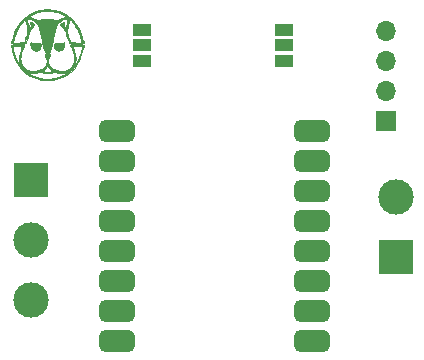
<source format=gts>
G04 #@! TF.GenerationSoftware,KiCad,Pcbnew,8.0.1*
G04 #@! TF.CreationDate,2024-03-27T22:14:35+01:00*
G04 #@! TF.ProjectId,kurumi,6b757275-6d69-42e6-9b69-6361645f7063,rev?*
G04 #@! TF.SameCoordinates,Original*
G04 #@! TF.FileFunction,Soldermask,Top*
G04 #@! TF.FilePolarity,Negative*
%FSLAX46Y46*%
G04 Gerber Fmt 4.6, Leading zero omitted, Abs format (unit mm)*
G04 Created by KiCad (PCBNEW 8.0.1) date 2024-03-27 22:14:35*
%MOMM*%
%LPD*%
G01*
G04 APERTURE LIST*
G04 Aperture macros list*
%AMRoundRect*
0 Rectangle with rounded corners*
0 $1 Rounding radius*
0 $2 $3 $4 $5 $6 $7 $8 $9 X,Y pos of 4 corners*
0 Add a 4 corners polygon primitive as box body*
4,1,4,$2,$3,$4,$5,$6,$7,$8,$9,$2,$3,0*
0 Add four circle primitives for the rounded corners*
1,1,$1+$1,$2,$3*
1,1,$1+$1,$4,$5*
1,1,$1+$1,$6,$7*
1,1,$1+$1,$8,$9*
0 Add four rect primitives between the rounded corners*
20,1,$1+$1,$2,$3,$4,$5,0*
20,1,$1+$1,$4,$5,$6,$7,0*
20,1,$1+$1,$6,$7,$8,$9,0*
20,1,$1+$1,$8,$9,$2,$3,0*%
G04 Aperture macros list end*
%ADD10C,0.000000*%
%ADD11C,0.099999*%
%ADD12R,3.000000X3.000000*%
%ADD13C,3.000000*%
%ADD14R,1.700000X1.700000*%
%ADD15O,1.700000X1.700000*%
%ADD16RoundRect,0.450000X-1.050000X-0.450000X1.050000X-0.450000X1.050000X0.450000X-1.050000X0.450000X0*%
%ADD17R,1.500000X1.000000*%
G04 APERTURE END LIST*
D10*
D11*
X18931506Y-15760722D02*
X18940563Y-15765072D01*
X18948775Y-15770631D01*
X18956145Y-15777409D01*
X18962677Y-15785416D01*
X18968372Y-15794658D01*
X18973235Y-15805146D01*
X18977267Y-15816889D01*
X18980472Y-15829894D01*
X18982853Y-15844172D01*
X18984412Y-15859730D01*
X18985153Y-15876578D01*
X18985079Y-15894725D01*
X18984191Y-15914179D01*
X18982495Y-15934949D01*
X18979991Y-15957045D01*
X18974656Y-15992980D01*
X18968179Y-16027211D01*
X18960612Y-16059773D01*
X18952007Y-16090705D01*
X18942414Y-16120043D01*
X18931887Y-16147824D01*
X18920476Y-16174086D01*
X18908234Y-16198866D01*
X18895211Y-16222200D01*
X18881461Y-16244126D01*
X18867034Y-16264682D01*
X18851982Y-16283903D01*
X18836357Y-16301827D01*
X18820211Y-16318492D01*
X18803595Y-16333935D01*
X18786562Y-16348192D01*
X18769162Y-16361301D01*
X18751448Y-16373298D01*
X18733471Y-16384222D01*
X18715283Y-16394109D01*
X18696936Y-16402996D01*
X18678482Y-16410920D01*
X18641457Y-16424030D01*
X18604623Y-16433734D01*
X18568392Y-16440330D01*
X18533180Y-16444115D01*
X18499400Y-16445387D01*
X18473384Y-16444674D01*
X18448508Y-16442572D01*
X18424747Y-16439140D01*
X18402076Y-16434433D01*
X18380469Y-16428509D01*
X18359901Y-16421423D01*
X18340346Y-16413234D01*
X18321781Y-16403998D01*
X18304179Y-16393771D01*
X18287514Y-16382611D01*
X18271763Y-16370575D01*
X18256900Y-16357718D01*
X18242899Y-16344099D01*
X18229735Y-16329773D01*
X18217383Y-16314799D01*
X18205818Y-16299231D01*
X18195014Y-16283128D01*
X18184946Y-16266547D01*
X18166919Y-16232175D01*
X18151534Y-16196569D01*
X18138590Y-16160185D01*
X18127884Y-16123478D01*
X18119214Y-16086901D01*
X18112379Y-16050910D01*
X18107177Y-16015959D01*
X18104265Y-15991523D01*
X18102058Y-15969694D01*
X18100617Y-15950297D01*
X18100204Y-15941457D01*
X18100007Y-15933161D01*
X18100033Y-15925386D01*
X18100290Y-15918111D01*
X18100787Y-15911315D01*
X18101531Y-15904975D01*
X18102530Y-15899071D01*
X18103793Y-15893580D01*
X18105326Y-15888481D01*
X18107139Y-15883752D01*
X18109238Y-15879371D01*
X18111633Y-15875318D01*
X18114330Y-15871570D01*
X18117338Y-15868106D01*
X18120664Y-15864903D01*
X18124317Y-15861941D01*
X18128305Y-15859198D01*
X18132635Y-15856652D01*
X18137315Y-15854281D01*
X18142354Y-15852064D01*
X18147759Y-15849979D01*
X18153539Y-15848005D01*
X18166251Y-15844301D01*
X18180556Y-15840780D01*
X18245006Y-15828949D01*
X18341667Y-15815166D01*
X18458461Y-15800613D01*
X18583306Y-15786469D01*
X18808830Y-15764128D01*
X18885347Y-15758290D01*
X18921595Y-15757582D01*
X18921601Y-15757574D01*
X18931506Y-15760722D01*
G36*
X18931506Y-15760722D02*
G01*
X18940563Y-15765072D01*
X18948775Y-15770631D01*
X18956145Y-15777409D01*
X18962677Y-15785416D01*
X18968372Y-15794658D01*
X18973235Y-15805146D01*
X18977267Y-15816889D01*
X18980472Y-15829894D01*
X18982853Y-15844172D01*
X18984412Y-15859730D01*
X18985153Y-15876578D01*
X18985079Y-15894725D01*
X18984191Y-15914179D01*
X18982495Y-15934949D01*
X18979991Y-15957045D01*
X18974656Y-15992980D01*
X18968179Y-16027211D01*
X18960612Y-16059773D01*
X18952007Y-16090705D01*
X18942414Y-16120043D01*
X18931887Y-16147824D01*
X18920476Y-16174086D01*
X18908234Y-16198866D01*
X18895211Y-16222200D01*
X18881461Y-16244126D01*
X18867034Y-16264682D01*
X18851982Y-16283903D01*
X18836357Y-16301827D01*
X18820211Y-16318492D01*
X18803595Y-16333935D01*
X18786562Y-16348192D01*
X18769162Y-16361301D01*
X18751448Y-16373298D01*
X18733471Y-16384222D01*
X18715283Y-16394109D01*
X18696936Y-16402996D01*
X18678482Y-16410920D01*
X18641457Y-16424030D01*
X18604623Y-16433734D01*
X18568392Y-16440330D01*
X18533180Y-16444115D01*
X18499400Y-16445387D01*
X18473384Y-16444674D01*
X18448508Y-16442572D01*
X18424747Y-16439140D01*
X18402076Y-16434433D01*
X18380469Y-16428509D01*
X18359901Y-16421423D01*
X18340346Y-16413234D01*
X18321781Y-16403998D01*
X18304179Y-16393771D01*
X18287514Y-16382611D01*
X18271763Y-16370575D01*
X18256900Y-16357718D01*
X18242899Y-16344099D01*
X18229735Y-16329773D01*
X18217383Y-16314799D01*
X18205818Y-16299231D01*
X18195014Y-16283128D01*
X18184946Y-16266547D01*
X18166919Y-16232175D01*
X18151534Y-16196569D01*
X18138590Y-16160185D01*
X18127884Y-16123478D01*
X18119214Y-16086901D01*
X18112379Y-16050910D01*
X18107177Y-16015959D01*
X18104265Y-15991523D01*
X18102058Y-15969694D01*
X18100617Y-15950297D01*
X18100204Y-15941457D01*
X18100007Y-15933161D01*
X18100033Y-15925386D01*
X18100290Y-15918111D01*
X18100787Y-15911315D01*
X18101531Y-15904975D01*
X18102530Y-15899071D01*
X18103793Y-15893580D01*
X18105326Y-15888481D01*
X18107139Y-15883752D01*
X18109238Y-15879371D01*
X18111633Y-15875318D01*
X18114330Y-15871570D01*
X18117338Y-15868106D01*
X18120664Y-15864903D01*
X18124317Y-15861941D01*
X18128305Y-15859198D01*
X18132635Y-15856652D01*
X18137315Y-15854281D01*
X18142354Y-15852064D01*
X18147759Y-15849979D01*
X18153539Y-15848005D01*
X18166251Y-15844301D01*
X18180556Y-15840780D01*
X18245006Y-15828949D01*
X18341667Y-15815166D01*
X18458461Y-15800613D01*
X18583306Y-15786469D01*
X18808830Y-15764128D01*
X18885347Y-15758290D01*
X18921595Y-15757582D01*
X18921601Y-15757574D01*
X18931506Y-15760722D01*
G37*
X16178605Y-15757589D02*
X16214852Y-15758296D01*
X16291369Y-15764132D01*
X16516893Y-15786474D01*
X16758533Y-15815173D01*
X16855195Y-15828956D01*
X16919645Y-15840788D01*
X16933955Y-15844306D01*
X16946672Y-15848008D01*
X16957859Y-15852065D01*
X16967579Y-15856652D01*
X16971910Y-15859197D01*
X16975898Y-15861940D01*
X16979551Y-15864902D01*
X16982877Y-15868104D01*
X16985885Y-15871569D01*
X16988582Y-15875317D01*
X16990976Y-15879370D01*
X16993074Y-15883751D01*
X16994886Y-15888480D01*
X16996419Y-15893579D01*
X16997681Y-15899071D01*
X16998679Y-15904975D01*
X16999918Y-15918112D01*
X17000200Y-15933163D01*
X16999588Y-15950301D01*
X16998146Y-15969698D01*
X16995938Y-15991529D01*
X16993026Y-16015966D01*
X16987824Y-16050916D01*
X16980989Y-16086906D01*
X16972320Y-16123482D01*
X16961614Y-16160190D01*
X16948669Y-16196573D01*
X16933284Y-16232179D01*
X16924613Y-16249548D01*
X16915257Y-16266551D01*
X16905189Y-16283133D01*
X16894386Y-16299236D01*
X16882820Y-16314804D01*
X16870468Y-16329778D01*
X16857304Y-16344104D01*
X16843303Y-16357724D01*
X16828440Y-16370581D01*
X16812688Y-16382617D01*
X16796024Y-16393778D01*
X16778422Y-16404005D01*
X16759856Y-16413241D01*
X16740302Y-16421430D01*
X16719733Y-16428516D01*
X16698126Y-16434440D01*
X16675455Y-16439147D01*
X16651693Y-16442580D01*
X16626818Y-16444681D01*
X16600802Y-16445394D01*
X16567021Y-16444123D01*
X16531809Y-16440338D01*
X16495579Y-16433742D01*
X16458745Y-16424037D01*
X16421720Y-16410928D01*
X16384918Y-16394117D01*
X16366731Y-16384230D01*
X16348754Y-16373306D01*
X16331040Y-16361308D01*
X16313640Y-16348200D01*
X16296606Y-16333942D01*
X16279991Y-16318500D01*
X16263844Y-16301835D01*
X16248220Y-16283911D01*
X16233168Y-16264689D01*
X16218741Y-16244134D01*
X16204990Y-16222208D01*
X16191968Y-16198874D01*
X16179725Y-16174094D01*
X16168315Y-16147832D01*
X16157787Y-16120051D01*
X16148195Y-16090713D01*
X16139589Y-16059781D01*
X16132022Y-16027218D01*
X16125546Y-15992988D01*
X16120211Y-15957052D01*
X16118858Y-15945840D01*
X16117708Y-15934961D01*
X16116759Y-15924412D01*
X16116012Y-15914193D01*
X16115468Y-15904303D01*
X16115127Y-15894741D01*
X16114990Y-15885505D01*
X16115055Y-15876596D01*
X16115325Y-15868010D01*
X16115800Y-15859748D01*
X16116479Y-15851808D01*
X16117362Y-15844189D01*
X16118452Y-15836891D01*
X16119747Y-15829911D01*
X16121247Y-15823250D01*
X16122955Y-15816905D01*
X16124869Y-15810876D01*
X16126990Y-15805161D01*
X16129318Y-15799760D01*
X16131854Y-15794672D01*
X16134598Y-15789895D01*
X16137551Y-15785428D01*
X16140712Y-15781270D01*
X16144082Y-15777420D01*
X16147662Y-15773878D01*
X16151451Y-15770641D01*
X16155451Y-15767709D01*
X16159661Y-15765080D01*
X16164081Y-15762754D01*
X16168713Y-15760730D01*
X16173556Y-15759006D01*
X16178611Y-15757582D01*
X16178605Y-15757589D01*
G36*
X16178605Y-15757589D02*
G01*
X16214852Y-15758296D01*
X16291369Y-15764132D01*
X16516893Y-15786474D01*
X16758533Y-15815173D01*
X16855195Y-15828956D01*
X16919645Y-15840788D01*
X16933955Y-15844306D01*
X16946672Y-15848008D01*
X16957859Y-15852065D01*
X16967579Y-15856652D01*
X16971910Y-15859197D01*
X16975898Y-15861940D01*
X16979551Y-15864902D01*
X16982877Y-15868104D01*
X16985885Y-15871569D01*
X16988582Y-15875317D01*
X16990976Y-15879370D01*
X16993074Y-15883751D01*
X16994886Y-15888480D01*
X16996419Y-15893579D01*
X16997681Y-15899071D01*
X16998679Y-15904975D01*
X16999918Y-15918112D01*
X17000200Y-15933163D01*
X16999588Y-15950301D01*
X16998146Y-15969698D01*
X16995938Y-15991529D01*
X16993026Y-16015966D01*
X16987824Y-16050916D01*
X16980989Y-16086906D01*
X16972320Y-16123482D01*
X16961614Y-16160190D01*
X16948669Y-16196573D01*
X16933284Y-16232179D01*
X16924613Y-16249548D01*
X16915257Y-16266551D01*
X16905189Y-16283133D01*
X16894386Y-16299236D01*
X16882820Y-16314804D01*
X16870468Y-16329778D01*
X16857304Y-16344104D01*
X16843303Y-16357724D01*
X16828440Y-16370581D01*
X16812688Y-16382617D01*
X16796024Y-16393778D01*
X16778422Y-16404005D01*
X16759856Y-16413241D01*
X16740302Y-16421430D01*
X16719733Y-16428516D01*
X16698126Y-16434440D01*
X16675455Y-16439147D01*
X16651693Y-16442580D01*
X16626818Y-16444681D01*
X16600802Y-16445394D01*
X16567021Y-16444123D01*
X16531809Y-16440338D01*
X16495579Y-16433742D01*
X16458745Y-16424037D01*
X16421720Y-16410928D01*
X16384918Y-16394117D01*
X16366731Y-16384230D01*
X16348754Y-16373306D01*
X16331040Y-16361308D01*
X16313640Y-16348200D01*
X16296606Y-16333942D01*
X16279991Y-16318500D01*
X16263844Y-16301835D01*
X16248220Y-16283911D01*
X16233168Y-16264689D01*
X16218741Y-16244134D01*
X16204990Y-16222208D01*
X16191968Y-16198874D01*
X16179725Y-16174094D01*
X16168315Y-16147832D01*
X16157787Y-16120051D01*
X16148195Y-16090713D01*
X16139589Y-16059781D01*
X16132022Y-16027218D01*
X16125546Y-15992988D01*
X16120211Y-15957052D01*
X16118858Y-15945840D01*
X16117708Y-15934961D01*
X16116759Y-15924412D01*
X16116012Y-15914193D01*
X16115468Y-15904303D01*
X16115127Y-15894741D01*
X16114990Y-15885505D01*
X16115055Y-15876596D01*
X16115325Y-15868010D01*
X16115800Y-15859748D01*
X16116479Y-15851808D01*
X16117362Y-15844189D01*
X16118452Y-15836891D01*
X16119747Y-15829911D01*
X16121247Y-15823250D01*
X16122955Y-15816905D01*
X16124869Y-15810876D01*
X16126990Y-15805161D01*
X16129318Y-15799760D01*
X16131854Y-15794672D01*
X16134598Y-15789895D01*
X16137551Y-15785428D01*
X16140712Y-15781270D01*
X16144082Y-15777420D01*
X16147662Y-15773878D01*
X16151451Y-15770641D01*
X16155451Y-15767709D01*
X16159661Y-15765080D01*
X16164081Y-15762754D01*
X16168713Y-15760730D01*
X16173556Y-15759006D01*
X16178611Y-15757582D01*
X16178605Y-15757589D01*
G37*
X17695626Y-12952020D02*
X17893695Y-12965044D01*
X18009709Y-12978938D01*
X18135590Y-12999491D01*
X18270247Y-13028006D01*
X18412590Y-13065785D01*
X18561531Y-13114132D01*
X18715978Y-13174349D01*
X18874841Y-13247741D01*
X19037031Y-13335609D01*
X19201458Y-13439257D01*
X19367032Y-13559987D01*
X19449908Y-13627166D01*
X19532662Y-13699104D01*
X19615158Y-13775963D01*
X19697259Y-13857908D01*
X19775384Y-13940957D01*
X19849017Y-14024278D01*
X19918301Y-14108148D01*
X19983379Y-14192843D01*
X20044395Y-14278640D01*
X20101492Y-14365815D01*
X20154813Y-14454643D01*
X20204502Y-14545402D01*
X20250701Y-14638366D01*
X20293554Y-14733814D01*
X20333204Y-14832020D01*
X20369795Y-14933261D01*
X20403469Y-15037813D01*
X20434370Y-15145952D01*
X20462641Y-15257955D01*
X20488425Y-15374098D01*
X20492254Y-15399412D01*
X20496495Y-15422747D01*
X20501116Y-15444216D01*
X20506082Y-15463929D01*
X20511361Y-15481997D01*
X20516919Y-15498533D01*
X20522723Y-15513647D01*
X20528740Y-15527450D01*
X20534935Y-15540054D01*
X20541277Y-15551570D01*
X20547730Y-15562110D01*
X20554263Y-15571785D01*
X20560842Y-15580705D01*
X20567433Y-15588983D01*
X20580519Y-15604055D01*
X20605372Y-15631385D01*
X20611116Y-15638280D01*
X20616605Y-15645423D01*
X20621807Y-15652925D01*
X20626688Y-15660897D01*
X20631214Y-15669450D01*
X20635353Y-15678697D01*
X20639070Y-15688747D01*
X20642333Y-15699713D01*
X20645108Y-15711706D01*
X20647362Y-15724836D01*
X20649061Y-15739216D01*
X20650172Y-15754957D01*
X20650172Y-15755468D01*
X20647520Y-15771615D01*
X20638218Y-15786309D01*
X20622696Y-15799605D01*
X20601385Y-15811558D01*
X20574714Y-15822222D01*
X20543114Y-15831651D01*
X20466843Y-15847022D01*
X20376012Y-15858107D01*
X20274060Y-15865341D01*
X20164428Y-15869159D01*
X20050553Y-15869995D01*
X19823839Y-15864464D01*
X19621432Y-15852230D01*
X19470848Y-15836771D01*
X19423589Y-15828921D01*
X19399604Y-15821569D01*
X19388169Y-15808723D01*
X19376099Y-15784660D01*
X19349056Y-15706052D01*
X19276407Y-15449052D01*
X19226823Y-15283317D01*
X19165749Y-15101196D01*
X19130282Y-15005968D01*
X19091197Y-14909017D01*
X19048245Y-14811134D01*
X19028467Y-14769944D01*
X19243788Y-14769944D01*
X19246760Y-14856535D01*
X19255420Y-14939629D01*
X19270413Y-15018186D01*
X19301365Y-15117800D01*
X19334495Y-15229786D01*
X19401342Y-15460112D01*
X19432083Y-15563067D01*
X19459052Y-15647630D01*
X19470657Y-15680610D01*
X19480761Y-15706108D01*
X19489178Y-15723162D01*
X19492696Y-15728222D01*
X19495723Y-15730810D01*
X19542420Y-15737744D01*
X19648353Y-15746790D01*
X19795567Y-15755956D01*
X19966111Y-15763248D01*
X20142031Y-15766673D01*
X20305377Y-15764237D01*
X20376724Y-15760198D01*
X20438195Y-15753946D01*
X20487546Y-15745233D01*
X20522532Y-15733808D01*
X20526340Y-15731639D01*
X20529096Y-15729258D01*
X20530859Y-15726674D01*
X20531686Y-15723891D01*
X20531638Y-15720917D01*
X20530773Y-15717759D01*
X20529149Y-15714422D01*
X20526826Y-15710914D01*
X20523862Y-15707241D01*
X20520316Y-15703409D01*
X20511713Y-15695296D01*
X20501487Y-15686627D01*
X20490108Y-15677455D01*
X20465774Y-15657809D01*
X20453759Y-15647439D01*
X20442472Y-15636776D01*
X20432384Y-15625870D01*
X20427936Y-15620343D01*
X20423964Y-15614774D01*
X20420527Y-15609171D01*
X20417684Y-15603541D01*
X20415492Y-15597889D01*
X20414012Y-15592222D01*
X20386269Y-15461770D01*
X20354176Y-15333065D01*
X20317698Y-15206259D01*
X20276797Y-15081503D01*
X20231439Y-14958950D01*
X20181587Y-14838750D01*
X20127206Y-14721055D01*
X20068260Y-14606017D01*
X20004712Y-14493788D01*
X19936527Y-14384519D01*
X19863668Y-14278362D01*
X19786101Y-14175468D01*
X19703789Y-14075989D01*
X19616697Y-13980077D01*
X19524787Y-13887883D01*
X19428025Y-13799559D01*
X19428027Y-13799658D01*
X19401231Y-13884353D01*
X19366102Y-14005021D01*
X19327820Y-14153336D01*
X19291564Y-14320972D01*
X19275815Y-14409432D01*
X19262516Y-14499601D01*
X19252313Y-14590436D01*
X19245854Y-14680898D01*
X19243788Y-14769944D01*
X19028467Y-14769944D01*
X19001178Y-14713110D01*
X18981303Y-14679778D01*
X18958614Y-14644650D01*
X18933681Y-14608201D01*
X18907071Y-14570902D01*
X18851091Y-14495653D01*
X18795221Y-14422689D01*
X18744005Y-14355797D01*
X18701989Y-14298764D01*
X18685850Y-14275128D01*
X18673716Y-14255376D01*
X18666153Y-14239983D01*
X18664264Y-14234069D01*
X18663731Y-14229422D01*
X18664396Y-14225173D01*
X18666025Y-14220439D01*
X18672018Y-14209651D01*
X18681397Y-14197340D01*
X18693844Y-14183790D01*
X18709044Y-14169283D01*
X18726681Y-14154102D01*
X18746440Y-14138528D01*
X18768003Y-14122846D01*
X18791056Y-14107337D01*
X18815282Y-14092283D01*
X18840365Y-14077969D01*
X18865990Y-14064675D01*
X18891841Y-14052685D01*
X18917602Y-14042282D01*
X18942957Y-14033748D01*
X18967589Y-14027365D01*
X18974724Y-14026401D01*
X18980865Y-14026785D01*
X18986063Y-14028452D01*
X18990367Y-14031337D01*
X18993829Y-14035376D01*
X18996498Y-14040504D01*
X18998424Y-14046656D01*
X18999658Y-14053768D01*
X19000249Y-14070612D01*
X18998674Y-14090518D01*
X18995333Y-14112969D01*
X18990628Y-14137447D01*
X18966204Y-14245279D01*
X18960705Y-14272130D01*
X18956252Y-14297903D01*
X18953246Y-14322081D01*
X18952090Y-14344145D01*
X18952363Y-14349879D01*
X18953212Y-14355894D01*
X18954604Y-14362153D01*
X18956507Y-14368621D01*
X18958888Y-14375261D01*
X18961715Y-14382037D01*
X18964953Y-14388912D01*
X18968572Y-14395850D01*
X18972538Y-14402814D01*
X18976819Y-14409769D01*
X18986193Y-14423505D01*
X18996432Y-14436766D01*
X19007275Y-14449261D01*
X19018462Y-14460700D01*
X19024101Y-14465932D01*
X19029729Y-14470792D01*
X19035311Y-14475242D01*
X19040815Y-14479246D01*
X19046209Y-14482768D01*
X19051459Y-14485772D01*
X19056534Y-14488221D01*
X19061399Y-14490079D01*
X19066024Y-14491309D01*
X19070374Y-14491876D01*
X19074418Y-14491742D01*
X19078122Y-14490872D01*
X19081455Y-14489229D01*
X19084382Y-14486776D01*
X19088881Y-14476822D01*
X19096361Y-14454168D01*
X19118461Y-14377793D01*
X19178600Y-14150005D01*
X19235943Y-13915935D01*
X19254548Y-13831708D01*
X19259757Y-13803950D01*
X19261634Y-13788107D01*
X19260570Y-13774333D01*
X19257278Y-13762490D01*
X19251889Y-13752488D01*
X19244534Y-13744239D01*
X19235343Y-13737652D01*
X19224446Y-13732639D01*
X19211975Y-13729110D01*
X19198061Y-13726977D01*
X19182833Y-13726148D01*
X19166422Y-13726537D01*
X19130577Y-13730604D01*
X19091569Y-13738465D01*
X19050445Y-13749405D01*
X19008250Y-13762709D01*
X18966030Y-13777662D01*
X18885693Y-13809659D01*
X18817797Y-13839679D01*
X18770707Y-13862005D01*
X18729031Y-13883453D01*
X18689451Y-13906051D01*
X18651858Y-13929926D01*
X18616142Y-13955205D01*
X18582191Y-13982016D01*
X18549896Y-14010485D01*
X18519147Y-14040741D01*
X18489832Y-14072910D01*
X18461842Y-14107121D01*
X18435066Y-14143499D01*
X18409394Y-14182173D01*
X18384716Y-14223269D01*
X18360922Y-14266915D01*
X18337900Y-14313239D01*
X18315541Y-14362367D01*
X18293734Y-14414427D01*
X18262907Y-14502376D01*
X18225907Y-14625957D01*
X18185149Y-14775378D01*
X18143049Y-14940846D01*
X18102020Y-15112568D01*
X18064478Y-15280751D01*
X18032838Y-15435602D01*
X18009515Y-15567327D01*
X17992910Y-15694129D01*
X17972026Y-15819069D01*
X17959872Y-15880867D01*
X17946520Y-15942230D01*
X17931928Y-16003168D01*
X17916052Y-16063693D01*
X17898849Y-16123813D01*
X17880277Y-16183540D01*
X17860294Y-16242883D01*
X17838855Y-16301852D01*
X17815919Y-16360459D01*
X17791442Y-16418712D01*
X17765382Y-16476622D01*
X17737697Y-16534200D01*
X17725176Y-16555641D01*
X17713488Y-16576338D01*
X17702888Y-16595732D01*
X17693632Y-16613263D01*
X17685976Y-16628371D01*
X17680176Y-16640498D01*
X17678052Y-16645269D01*
X17676487Y-16649084D01*
X17675515Y-16651875D01*
X17675166Y-16653570D01*
X17675808Y-16661297D01*
X17677652Y-16668740D01*
X17680580Y-16675945D01*
X17684473Y-16682957D01*
X17689210Y-16689823D01*
X17694672Y-16696589D01*
X17707295Y-16710001D01*
X17735990Y-16737637D01*
X17750150Y-16752593D01*
X17756765Y-16760517D01*
X17762912Y-16768798D01*
X17768469Y-16777484D01*
X17773319Y-16786619D01*
X17777341Y-16796249D01*
X17780416Y-16806421D01*
X17782424Y-16817180D01*
X17783247Y-16828572D01*
X17782765Y-16840643D01*
X17780858Y-16853439D01*
X17777407Y-16867006D01*
X17772292Y-16881389D01*
X17765394Y-16896634D01*
X17756593Y-16912788D01*
X17745771Y-16929896D01*
X17732807Y-16948003D01*
X17717582Y-16967156D01*
X17699977Y-16987401D01*
X17687654Y-17002590D01*
X17676277Y-17017982D01*
X17665817Y-17033569D01*
X17656247Y-17049344D01*
X17647538Y-17065300D01*
X17639660Y-17081430D01*
X17626284Y-17114182D01*
X17615892Y-17147542D01*
X17608252Y-17181455D01*
X17603136Y-17215861D01*
X17600315Y-17250704D01*
X17599558Y-17285926D01*
X17600637Y-17321470D01*
X17603321Y-17357279D01*
X17607382Y-17393294D01*
X17612589Y-17429458D01*
X17618713Y-17465715D01*
X17632796Y-17538274D01*
X17636560Y-17552900D01*
X17642012Y-17568690D01*
X17648982Y-17585472D01*
X17657298Y-17603076D01*
X17666789Y-17621328D01*
X17677284Y-17640057D01*
X17688611Y-17659091D01*
X17700598Y-17678258D01*
X17725869Y-17716305D01*
X17751726Y-17752823D01*
X17776798Y-17786436D01*
X17799712Y-17815771D01*
X17825005Y-17844174D01*
X17855686Y-17872930D01*
X17931959Y-17930427D01*
X18026023Y-17986117D01*
X18135374Y-18037858D01*
X18257505Y-18083504D01*
X18389910Y-18120913D01*
X18530084Y-18147940D01*
X18602301Y-18156891D01*
X18675520Y-18162443D01*
X18749429Y-18164327D01*
X18823714Y-18162276D01*
X18898061Y-18156022D01*
X18972158Y-18145297D01*
X19045691Y-18129833D01*
X19118347Y-18109362D01*
X19189812Y-18083616D01*
X19259775Y-18052326D01*
X19327920Y-18015226D01*
X19393936Y-17972047D01*
X19457508Y-17922521D01*
X19518324Y-17866381D01*
X19576071Y-17803357D01*
X19630434Y-17733183D01*
X19681101Y-17655590D01*
X19727759Y-17570310D01*
X19753655Y-17513829D01*
X19775257Y-17455680D01*
X19792780Y-17396078D01*
X19806439Y-17335237D01*
X19816450Y-17273374D01*
X19823026Y-17210703D01*
X19826383Y-17147438D01*
X19826735Y-17083796D01*
X19824299Y-17019990D01*
X19819287Y-16956236D01*
X19811916Y-16892749D01*
X19802400Y-16829744D01*
X19777794Y-16706040D01*
X19747188Y-16586843D01*
X19712301Y-16473874D01*
X19674851Y-16368851D01*
X19636560Y-16273496D01*
X19599144Y-16189529D01*
X19564324Y-16118668D01*
X19533819Y-16062634D01*
X19527966Y-16053190D01*
X19660808Y-16053190D01*
X19661078Y-16055227D01*
X19745967Y-16257405D01*
X19784290Y-16355745D01*
X19819372Y-16452629D01*
X19850846Y-16548340D01*
X19878341Y-16643159D01*
X19901489Y-16737370D01*
X19919922Y-16831255D01*
X19933269Y-16925096D01*
X19941162Y-17019175D01*
X19943231Y-17113777D01*
X19939109Y-17209182D01*
X19928425Y-17305673D01*
X19910811Y-17403533D01*
X19885898Y-17503045D01*
X19853316Y-17604490D01*
X19837859Y-17646849D01*
X19832528Y-17662230D01*
X19828224Y-17675629D01*
X19826709Y-17680977D01*
X19825754Y-17685098D01*
X19825460Y-17687750D01*
X19825592Y-17688448D01*
X19825927Y-17688688D01*
X19827691Y-17688471D01*
X19829768Y-17687831D01*
X19834795Y-17685346D01*
X19840878Y-17681363D01*
X19847890Y-17676009D01*
X19855702Y-17669414D01*
X19864185Y-17661706D01*
X19873211Y-17653014D01*
X19882652Y-17643466D01*
X19892380Y-17633193D01*
X19902265Y-17622321D01*
X19912180Y-17610980D01*
X19921996Y-17599299D01*
X19931584Y-17587407D01*
X19940817Y-17575432D01*
X19949566Y-17563502D01*
X19957702Y-17551748D01*
X19997475Y-17491143D01*
X20035033Y-17430274D01*
X20070448Y-17369275D01*
X20103791Y-17308280D01*
X20135135Y-17247423D01*
X20164552Y-17186838D01*
X20217891Y-17067018D01*
X20264386Y-16949895D01*
X20304612Y-16836540D01*
X20339147Y-16728026D01*
X20368566Y-16625424D01*
X20393446Y-16529807D01*
X20414364Y-16442248D01*
X20446617Y-16295591D01*
X20469938Y-16194031D01*
X20479689Y-16162843D01*
X20484340Y-16152617D01*
X20488936Y-16146147D01*
X20497621Y-16137460D01*
X20505308Y-16129499D01*
X20512011Y-16122196D01*
X20514999Y-16118769D01*
X20517748Y-16115480D01*
X20520258Y-16112320D01*
X20522532Y-16109281D01*
X20524573Y-16106353D01*
X20526382Y-16103529D01*
X20527960Y-16100799D01*
X20529311Y-16098155D01*
X20530435Y-16095587D01*
X20531335Y-16093088D01*
X20532013Y-16090648D01*
X20532471Y-16088259D01*
X20532710Y-16085912D01*
X20532733Y-16083599D01*
X20532542Y-16081309D01*
X20532138Y-16079036D01*
X20531524Y-16076770D01*
X20530701Y-16074502D01*
X20529671Y-16072223D01*
X20528437Y-16069926D01*
X20527001Y-16067600D01*
X20525364Y-16065238D01*
X20523527Y-16062831D01*
X20521495Y-16060370D01*
X20519267Y-16057846D01*
X20516847Y-16055250D01*
X20511977Y-16052641D01*
X20502608Y-16050107D01*
X20471606Y-16045302D01*
X20426310Y-16040913D01*
X20369191Y-16037014D01*
X20302721Y-16033682D01*
X20229371Y-16030994D01*
X20071912Y-16027853D01*
X20071906Y-16027830D01*
X19992728Y-16027521D01*
X19916539Y-16028142D01*
X19845818Y-16029763D01*
X19783048Y-16032451D01*
X19755419Y-16034216D01*
X19730707Y-16036273D01*
X19709224Y-16038631D01*
X19691279Y-16041298D01*
X19677181Y-16044283D01*
X19671672Y-16045897D01*
X19667242Y-16047593D01*
X19663929Y-16049374D01*
X19661771Y-16051239D01*
X19660808Y-16053190D01*
X19527966Y-16053190D01*
X19509349Y-16023148D01*
X19492631Y-16001928D01*
X19490110Y-15996246D01*
X19494518Y-15990730D01*
X19522349Y-15980300D01*
X19572570Y-15970852D01*
X19641629Y-15962595D01*
X19822050Y-15950503D01*
X20035192Y-15945716D01*
X20145152Y-15946590D01*
X20252635Y-15949924D01*
X20354088Y-15955930D01*
X20445958Y-15964818D01*
X20524694Y-15976801D01*
X20586742Y-15992090D01*
X20610398Y-16001040D01*
X20628550Y-16010896D01*
X20640754Y-16021684D01*
X20646565Y-16033430D01*
X20647548Y-16039265D01*
X20648148Y-16044943D01*
X20648329Y-16050551D01*
X20648057Y-16056174D01*
X20647295Y-16061901D01*
X20646008Y-16067816D01*
X20644160Y-16074008D01*
X20641716Y-16080562D01*
X20638640Y-16087564D01*
X20634897Y-16095102D01*
X20630451Y-16103263D01*
X20625267Y-16112131D01*
X20619309Y-16121795D01*
X20612541Y-16132341D01*
X20596434Y-16156423D01*
X20577920Y-16184101D01*
X20570149Y-16196393D01*
X20563212Y-16208129D01*
X20556993Y-16219664D01*
X20551373Y-16231354D01*
X20546236Y-16243553D01*
X20541464Y-16256618D01*
X20536941Y-16270904D01*
X20532548Y-16286767D01*
X20528170Y-16304562D01*
X20523688Y-16324645D01*
X20513947Y-16373096D01*
X20502385Y-16434965D01*
X20432661Y-16739430D01*
X20340718Y-17024252D01*
X20228039Y-17289432D01*
X20096104Y-17534969D01*
X19946395Y-17760863D01*
X19780393Y-17967114D01*
X19599579Y-18153723D01*
X19405435Y-18320689D01*
X19199441Y-18468013D01*
X18983078Y-18595693D01*
X18757828Y-18703730D01*
X18525172Y-18792125D01*
X18286592Y-18860877D01*
X18043568Y-18909986D01*
X17797581Y-18939451D01*
X17550114Y-18949274D01*
X17302646Y-18939454D01*
X17056659Y-18909991D01*
X16813635Y-18860884D01*
X16575054Y-18792135D01*
X16342398Y-18703742D01*
X16117148Y-18595706D01*
X15900786Y-18468027D01*
X15694791Y-18320704D01*
X15678362Y-18306575D01*
X15920201Y-18306575D01*
X15921572Y-18313127D01*
X15937413Y-18333446D01*
X15970038Y-18362170D01*
X16018630Y-18397838D01*
X16082374Y-18438993D01*
X16160454Y-18484174D01*
X16252052Y-18531924D01*
X16356353Y-18580782D01*
X16472540Y-18629291D01*
X16599798Y-18675990D01*
X16737309Y-18719422D01*
X16884258Y-18758126D01*
X17039829Y-18790644D01*
X17203204Y-18815517D01*
X17373568Y-18831286D01*
X17550105Y-18836492D01*
X17639094Y-18835301D01*
X17726642Y-18831287D01*
X17812646Y-18824632D01*
X17897006Y-18815519D01*
X17979618Y-18804129D01*
X18060381Y-18790647D01*
X18139193Y-18775253D01*
X18215952Y-18758130D01*
X18290555Y-18739461D01*
X18362901Y-18719428D01*
X18432887Y-18698213D01*
X18500412Y-18675998D01*
X18565374Y-18652967D01*
X18627670Y-18629301D01*
X18743857Y-18580794D01*
X18848158Y-18531936D01*
X18939757Y-18484188D01*
X19017836Y-18439006D01*
X19081580Y-18397851D01*
X19130173Y-18362181D01*
X19162798Y-18333455D01*
X19172867Y-18322152D01*
X19178638Y-18313132D01*
X19180010Y-18306578D01*
X19176879Y-18302671D01*
X19165240Y-18300516D01*
X19142625Y-18300920D01*
X19067747Y-18306968D01*
X18958801Y-18315939D01*
X18822342Y-18322956D01*
X18745844Y-18324209D01*
X18664926Y-18323144D01*
X18580408Y-18319153D01*
X18493110Y-18311626D01*
X18403850Y-18299954D01*
X18313449Y-18283526D01*
X18222725Y-18261734D01*
X18132499Y-18233968D01*
X18107552Y-18226027D01*
X18085508Y-18219217D01*
X18066142Y-18213579D01*
X18049233Y-18209153D01*
X18041630Y-18207406D01*
X18034557Y-18205978D01*
X18027986Y-18204871D01*
X18021891Y-18204093D01*
X18016243Y-18203647D01*
X18011013Y-18203539D01*
X18006175Y-18203773D01*
X18001700Y-18204355D01*
X17997561Y-18205289D01*
X17993729Y-18206580D01*
X17990177Y-18208234D01*
X17986878Y-18210255D01*
X17983802Y-18212649D01*
X17980923Y-18215420D01*
X17978212Y-18218573D01*
X17975642Y-18222113D01*
X17973184Y-18226045D01*
X17970812Y-18230374D01*
X17968496Y-18235106D01*
X17966210Y-18240244D01*
X17961613Y-18251761D01*
X17956799Y-18264966D01*
X17953887Y-18272889D01*
X17950955Y-18280379D01*
X17947994Y-18287436D01*
X17944998Y-18294059D01*
X17941959Y-18300248D01*
X17938869Y-18306000D01*
X17935722Y-18311316D01*
X17932510Y-18316195D01*
X17930877Y-18318470D01*
X17929224Y-18320635D01*
X17927552Y-18322691D01*
X17925859Y-18324636D01*
X17924144Y-18326472D01*
X17922406Y-18328197D01*
X17920645Y-18329812D01*
X17918859Y-18331317D01*
X17917047Y-18332711D01*
X17915209Y-18333995D01*
X17913343Y-18335168D01*
X17911449Y-18336230D01*
X17909525Y-18337181D01*
X17907571Y-18338021D01*
X17905586Y-18338750D01*
X17903569Y-18339368D01*
X17890023Y-18342298D01*
X17864236Y-18344828D01*
X17782935Y-18348692D01*
X17673645Y-18350978D01*
X17550345Y-18351705D01*
X17427014Y-18350890D01*
X17317633Y-18348550D01*
X17236180Y-18344704D01*
X17210296Y-18342221D01*
X17196635Y-18339368D01*
X17192633Y-18338020D01*
X17188756Y-18336228D01*
X17184996Y-18333992D01*
X17181346Y-18331314D01*
X17177798Y-18328194D01*
X17174345Y-18324633D01*
X17170980Y-18320632D01*
X17167695Y-18316192D01*
X17164483Y-18311314D01*
X17161335Y-18305998D01*
X17158246Y-18300246D01*
X17155207Y-18294058D01*
X17152211Y-18287435D01*
X17149250Y-18280379D01*
X17146317Y-18272889D01*
X17143405Y-18264966D01*
X17140360Y-18256514D01*
X17137431Y-18248738D01*
X17134564Y-18241625D01*
X17131705Y-18235166D01*
X17128800Y-18229348D01*
X17127313Y-18226676D01*
X17125794Y-18224160D01*
X17124237Y-18221799D01*
X17122634Y-18219591D01*
X17120979Y-18217535D01*
X17119265Y-18215630D01*
X17117486Y-18213874D01*
X17115634Y-18212265D01*
X17113702Y-18210803D01*
X17111685Y-18209486D01*
X17109574Y-18208312D01*
X17107364Y-18207280D01*
X17105048Y-18206389D01*
X17102619Y-18205637D01*
X17100069Y-18205023D01*
X17097393Y-18204545D01*
X17094583Y-18204203D01*
X17091634Y-18203994D01*
X17088537Y-18203917D01*
X17085286Y-18203971D01*
X17081875Y-18204154D01*
X17078296Y-18204465D01*
X17078298Y-18204465D01*
X17068983Y-18205754D01*
X17058568Y-18207740D01*
X17046958Y-18210418D01*
X17034061Y-18213781D01*
X17019782Y-18217823D01*
X17004026Y-18222539D01*
X16967712Y-18233968D01*
X16922712Y-18248636D01*
X16877485Y-18261734D01*
X16832134Y-18273339D01*
X16786762Y-18283526D01*
X16741470Y-18292372D01*
X16696360Y-18299954D01*
X16607101Y-18311626D01*
X16519802Y-18319153D01*
X16435284Y-18323144D01*
X16354367Y-18324209D01*
X16277869Y-18322956D01*
X16206610Y-18319997D01*
X16141410Y-18315939D01*
X16032463Y-18306968D01*
X15957585Y-18300920D01*
X15934971Y-18300516D01*
X15927728Y-18301235D01*
X15923332Y-18302671D01*
X15920201Y-18306575D01*
X15678362Y-18306575D01*
X15500646Y-18153739D01*
X15319832Y-17967130D01*
X15153829Y-17760877D01*
X15004120Y-17534982D01*
X14872185Y-17289443D01*
X14759505Y-17024260D01*
X14667562Y-16739434D01*
X14597837Y-16434965D01*
X14586276Y-16373085D01*
X14581236Y-16347357D01*
X14576534Y-16324629D01*
X14572052Y-16304545D01*
X14567674Y-16286750D01*
X14563281Y-16270888D01*
X14558758Y-16256604D01*
X14553986Y-16243541D01*
X14548849Y-16231344D01*
X14543229Y-16219657D01*
X14537009Y-16208124D01*
X14530072Y-16196390D01*
X14522301Y-16184099D01*
X14503787Y-16156423D01*
X14495290Y-16143840D01*
X14487675Y-16132315D01*
X14480905Y-16121762D01*
X14474946Y-16112094D01*
X14469761Y-16103224D01*
X14465316Y-16095064D01*
X14461573Y-16087529D01*
X14459844Y-16083593D01*
X14567469Y-16083593D01*
X14567492Y-16085904D01*
X14567731Y-16088248D01*
X14568189Y-16090634D01*
X14568867Y-16093071D01*
X14569767Y-16095568D01*
X14570891Y-16098133D01*
X14572242Y-16100776D01*
X14573820Y-16103505D01*
X14575629Y-16106329D01*
X14577669Y-16109256D01*
X14582454Y-16115457D01*
X14588191Y-16122179D01*
X14594894Y-16129492D01*
X14602581Y-16137465D01*
X14611266Y-16146170D01*
X14620508Y-16162861D01*
X14630243Y-16194045D01*
X14653505Y-16295601D01*
X14685676Y-16442258D01*
X14731379Y-16625435D01*
X14760749Y-16728039D01*
X14795237Y-16836555D01*
X14835420Y-16949912D01*
X14881875Y-17067037D01*
X14935181Y-17186858D01*
X14995915Y-17308302D01*
X15064657Y-17430297D01*
X15141983Y-17551771D01*
X15150118Y-17563516D01*
X15158866Y-17575439D01*
X15168098Y-17587410D01*
X15177686Y-17599300D01*
X15187502Y-17610979D01*
X15197416Y-17622320D01*
X15207302Y-17633193D01*
X15217029Y-17643469D01*
X15226471Y-17653019D01*
X15235497Y-17661715D01*
X15243981Y-17669426D01*
X15251793Y-17676024D01*
X15258805Y-17681381D01*
X15264889Y-17685367D01*
X15267542Y-17686806D01*
X15269916Y-17687853D01*
X15271993Y-17688494D01*
X15273757Y-17688711D01*
X15274092Y-17688471D01*
X15274224Y-17687773D01*
X15273930Y-17685122D01*
X15272975Y-17681001D01*
X15271461Y-17675653D01*
X15267157Y-17662255D01*
X15261825Y-17646875D01*
X15246368Y-17604513D01*
X15213786Y-17503067D01*
X15188873Y-17403556D01*
X15171258Y-17305696D01*
X15160574Y-17209205D01*
X15156451Y-17113800D01*
X15158521Y-17019198D01*
X15166413Y-16925118D01*
X15179760Y-16831277D01*
X15198192Y-16737393D01*
X15221340Y-16643182D01*
X15248835Y-16548363D01*
X15280308Y-16452652D01*
X15315391Y-16355768D01*
X15353714Y-16257428D01*
X15438604Y-16055250D01*
X15438879Y-16053195D01*
X15437923Y-16051229D01*
X15432473Y-16047560D01*
X15422563Y-16044232D01*
X15408500Y-16041238D01*
X15369155Y-16036211D01*
X15316907Y-16032402D01*
X15254227Y-16029737D01*
X15183585Y-16028140D01*
X15107450Y-16027537D01*
X15028293Y-16027853D01*
X15028289Y-16027876D01*
X14948591Y-16029053D01*
X14870831Y-16031031D01*
X14797480Y-16033731D01*
X14731011Y-16037074D01*
X14673892Y-16040979D01*
X14628596Y-16045367D01*
X14611154Y-16047717D01*
X14597594Y-16050158D01*
X14588225Y-16052680D01*
X14585208Y-16053968D01*
X14583356Y-16055273D01*
X14578707Y-16060392D01*
X14574839Y-16065257D01*
X14573201Y-16067617D01*
X14571765Y-16069939D01*
X14570531Y-16072234D01*
X14569501Y-16074510D01*
X14568678Y-16076774D01*
X14568064Y-16079037D01*
X14567660Y-16081307D01*
X14567469Y-16083593D01*
X14459844Y-16083593D01*
X14458498Y-16080530D01*
X14457200Y-16077205D01*
X14456055Y-16073981D01*
X14455060Y-16070849D01*
X14454209Y-16067796D01*
X14453498Y-16064812D01*
X14452923Y-16061886D01*
X14452479Y-16059007D01*
X14452162Y-16056165D01*
X14451967Y-16053348D01*
X14451891Y-16050546D01*
X14451927Y-16047747D01*
X14452073Y-16044941D01*
X14452674Y-16039265D01*
X14453657Y-16033430D01*
X14459469Y-16021684D01*
X14471673Y-16010896D01*
X14489825Y-16001040D01*
X14513481Y-15992090D01*
X14575529Y-15976801D01*
X14654265Y-15964818D01*
X14746136Y-15955930D01*
X14847589Y-15949924D01*
X14955071Y-15946590D01*
X15065031Y-15945716D01*
X15278173Y-15950503D01*
X15374250Y-15955742D01*
X15458594Y-15962595D01*
X15527653Y-15970852D01*
X15577874Y-15980300D01*
X15605704Y-15990730D01*
X15610113Y-15996246D01*
X15607592Y-16001928D01*
X15590868Y-16023143D01*
X15566380Y-16062626D01*
X15500996Y-16189517D01*
X15463541Y-16273484D01*
X15425206Y-16368840D01*
X15387710Y-16473863D01*
X15352775Y-16586835D01*
X15322120Y-16706033D01*
X15297468Y-16829740D01*
X15280538Y-16956234D01*
X15273051Y-17083795D01*
X15273386Y-17147438D01*
X15276727Y-17210703D01*
X15283290Y-17273375D01*
X15293289Y-17335238D01*
X15306939Y-17396079D01*
X15324455Y-17455681D01*
X15346053Y-17513830D01*
X15371947Y-17570310D01*
X15418606Y-17655590D01*
X15469278Y-17733183D01*
X15523648Y-17803357D01*
X15581404Y-17866381D01*
X15642232Y-17922521D01*
X15705818Y-17972047D01*
X15771849Y-18015226D01*
X15840012Y-18052326D01*
X15909993Y-18083616D01*
X15981479Y-18109362D01*
X16054157Y-18129833D01*
X16127712Y-18145297D01*
X16201832Y-18156022D01*
X16276203Y-18162276D01*
X16350512Y-18164327D01*
X16424444Y-18162443D01*
X16497688Y-18156891D01*
X16569929Y-18147940D01*
X16640854Y-18135858D01*
X16710150Y-18120913D01*
X16758258Y-18107325D01*
X17240758Y-18107325D01*
X17240927Y-18112348D01*
X17241280Y-18117560D01*
X17242466Y-18128677D01*
X17244178Y-18140928D01*
X17248761Y-18173307D01*
X17251122Y-18186183D01*
X17254256Y-18197072D01*
X17258706Y-18206138D01*
X17261594Y-18210039D01*
X17265016Y-18213547D01*
X17269038Y-18216682D01*
X17273730Y-18219465D01*
X17285392Y-18224057D01*
X17300547Y-18227488D01*
X17319737Y-18229926D01*
X17343508Y-18231534D01*
X17372403Y-18232478D01*
X17447740Y-18233038D01*
X17550101Y-18232931D01*
X17652452Y-18233038D01*
X17693224Y-18232924D01*
X17727785Y-18232477D01*
X17756679Y-18231532D01*
X17769171Y-18230821D01*
X17780450Y-18229924D01*
X17790584Y-18228819D01*
X17799641Y-18227486D01*
X17807690Y-18225905D01*
X17814798Y-18224054D01*
X17821032Y-18221913D01*
X17826462Y-18219461D01*
X17831155Y-18216678D01*
X17835179Y-18213543D01*
X17838602Y-18210036D01*
X17841491Y-18206134D01*
X17843916Y-18201819D01*
X17845944Y-18197068D01*
X17847642Y-18191862D01*
X17849080Y-18186180D01*
X17850324Y-18180001D01*
X17851443Y-18173304D01*
X17856027Y-18140928D01*
X17857738Y-18128678D01*
X17858926Y-18117561D01*
X17859449Y-18107328D01*
X17859170Y-18097729D01*
X17857947Y-18088513D01*
X17856938Y-18083970D01*
X17855642Y-18079430D01*
X17854039Y-18074861D01*
X17852114Y-18070231D01*
X17849848Y-18065510D01*
X17847225Y-18060666D01*
X17840834Y-18050483D01*
X17832803Y-18039434D01*
X17822991Y-18027269D01*
X17811259Y-18013736D01*
X17797467Y-17998587D01*
X17781476Y-17981571D01*
X17742337Y-17940938D01*
X17733399Y-17931524D01*
X17724228Y-17921495D01*
X17705456Y-17899977D01*
X17686557Y-17877155D01*
X17668071Y-17853798D01*
X17650535Y-17830676D01*
X17634488Y-17808556D01*
X17620467Y-17788210D01*
X17609012Y-17770406D01*
X17609014Y-17770406D01*
X17589952Y-17737764D01*
X17581919Y-17724876D01*
X17574671Y-17714289D01*
X17571291Y-17709862D01*
X17568048Y-17706014D01*
X17564921Y-17702746D01*
X17561890Y-17700061D01*
X17558935Y-17697958D01*
X17556037Y-17696439D01*
X17553174Y-17695505D01*
X17550328Y-17695158D01*
X17547478Y-17695399D01*
X17544605Y-17696230D01*
X17541687Y-17697650D01*
X17538706Y-17699662D01*
X17535641Y-17702267D01*
X17532472Y-17705466D01*
X17529180Y-17709261D01*
X17525743Y-17713652D01*
X17518359Y-17724228D01*
X17510159Y-17737206D01*
X17500984Y-17752596D01*
X17490674Y-17770406D01*
X17479241Y-17788204D01*
X17465278Y-17808547D01*
X17449313Y-17830665D01*
X17431872Y-17853790D01*
X17413480Y-17877149D01*
X17394664Y-17899974D01*
X17375950Y-17921494D01*
X17366797Y-17931524D01*
X17357865Y-17940938D01*
X17318741Y-17981562D01*
X17302754Y-17998576D01*
X17288964Y-18013723D01*
X17277233Y-18027255D01*
X17272096Y-18033493D01*
X17267421Y-18039421D01*
X17263191Y-18045070D01*
X17259388Y-18050471D01*
X17255996Y-18055655D01*
X17252996Y-18060654D01*
X17250371Y-18065499D01*
X17248104Y-18070221D01*
X17246178Y-18074852D01*
X17244574Y-18079422D01*
X17243276Y-18083963D01*
X17242266Y-18088506D01*
X17241527Y-18093083D01*
X17241041Y-18097724D01*
X17240790Y-18102461D01*
X17240758Y-18107325D01*
X16758258Y-18107325D01*
X16842599Y-18083504D01*
X16964769Y-18037858D01*
X17074153Y-17986117D01*
X17168243Y-17930427D01*
X17208769Y-17901770D01*
X17244531Y-17872930D01*
X17275217Y-17844174D01*
X17300512Y-17815771D01*
X17323404Y-17786443D01*
X17348417Y-17752834D01*
X17374191Y-17716317D01*
X17399367Y-17678270D01*
X17411306Y-17659101D01*
X17422586Y-17640066D01*
X17433037Y-17621336D01*
X17442488Y-17603082D01*
X17450771Y-17585477D01*
X17457716Y-17568693D01*
X17463151Y-17552901D01*
X17466909Y-17538274D01*
X17480990Y-17465713D01*
X17487115Y-17429455D01*
X17492322Y-17393290D01*
X17496382Y-17357275D01*
X17499067Y-17321467D01*
X17500145Y-17285923D01*
X17499389Y-17250701D01*
X17496567Y-17215859D01*
X17491452Y-17181453D01*
X17483813Y-17147541D01*
X17478975Y-17130788D01*
X17473420Y-17114180D01*
X17467120Y-17097725D01*
X17460045Y-17081429D01*
X17452167Y-17065299D01*
X17443458Y-17049344D01*
X17433888Y-17033569D01*
X17423428Y-17017982D01*
X17412051Y-17002590D01*
X17399728Y-16987401D01*
X17382123Y-16967156D01*
X17366897Y-16948003D01*
X17353933Y-16929896D01*
X17343110Y-16912788D01*
X17334309Y-16896634D01*
X17327411Y-16881389D01*
X17322295Y-16867006D01*
X17318844Y-16853439D01*
X17316936Y-16840643D01*
X17316453Y-16828572D01*
X17317276Y-16817180D01*
X17319284Y-16806421D01*
X17322358Y-16796249D01*
X17326380Y-16786619D01*
X17331229Y-16777484D01*
X17336786Y-16768798D01*
X17342932Y-16760517D01*
X17349547Y-16752593D01*
X17363706Y-16737637D01*
X17392399Y-16710001D01*
X17405022Y-16696589D01*
X17410484Y-16689823D01*
X17415221Y-16682957D01*
X17419113Y-16675945D01*
X17422042Y-16668740D01*
X17423886Y-16661297D01*
X17424527Y-16653570D01*
X17424184Y-16651875D01*
X17423228Y-16649086D01*
X17419599Y-16640503D01*
X17413882Y-16628379D01*
X17406321Y-16613274D01*
X17397161Y-16595745D01*
X17386644Y-16576351D01*
X17375015Y-16555650D01*
X17362517Y-16534200D01*
X17334831Y-16476622D01*
X17308771Y-16418712D01*
X17284295Y-16360459D01*
X17261358Y-16301852D01*
X17239920Y-16242883D01*
X17219936Y-16183540D01*
X17201364Y-16123813D01*
X17184162Y-16063693D01*
X17168286Y-16003168D01*
X17153693Y-15942230D01*
X17128188Y-15819069D01*
X17107304Y-15694129D01*
X17090699Y-15567327D01*
X17067377Y-15435602D01*
X17035737Y-15280750D01*
X16998195Y-15112566D01*
X16957166Y-14940844D01*
X16915065Y-14775375D01*
X16874307Y-14625954D01*
X16837306Y-14502373D01*
X16806479Y-14414427D01*
X16784666Y-14362367D01*
X16762291Y-14313239D01*
X16739244Y-14266915D01*
X16715416Y-14223269D01*
X16690699Y-14182173D01*
X16664984Y-14143499D01*
X16638161Y-14107121D01*
X16610123Y-14072910D01*
X16580760Y-14040741D01*
X16549964Y-14010485D01*
X16517625Y-13982016D01*
X16483635Y-13955205D01*
X16447885Y-13929926D01*
X16410267Y-13906051D01*
X16370671Y-13883453D01*
X16328988Y-13862005D01*
X16281921Y-13839679D01*
X16214084Y-13809659D01*
X16174987Y-13793551D01*
X16133830Y-13777662D01*
X16091656Y-13762709D01*
X16049509Y-13749405D01*
X16008433Y-13738465D01*
X15969473Y-13730604D01*
X15951112Y-13728052D01*
X15933671Y-13726537D01*
X15917281Y-13726148D01*
X15902072Y-13726977D01*
X15888174Y-13729110D01*
X15875719Y-13732639D01*
X15864836Y-13737652D01*
X15855657Y-13744239D01*
X15848311Y-13752488D01*
X15842929Y-13762490D01*
X15839642Y-13774333D01*
X15838580Y-13788107D01*
X15840457Y-13803946D01*
X15845665Y-13831701D01*
X15864270Y-13915925D01*
X15921613Y-14149996D01*
X15981751Y-14377790D01*
X16003851Y-14454167D01*
X16011331Y-14476822D01*
X16015829Y-14486776D01*
X16018757Y-14489227D01*
X16022089Y-14490869D01*
X16025793Y-14491738D01*
X16029836Y-14491870D01*
X16034187Y-14491302D01*
X16038811Y-14490070D01*
X16043677Y-14488211D01*
X16048751Y-14485761D01*
X16054002Y-14482756D01*
X16059395Y-14479233D01*
X16070482Y-14470777D01*
X16081749Y-14460684D01*
X16092935Y-14449244D01*
X16103779Y-14436748D01*
X16114018Y-14423487D01*
X16123392Y-14409753D01*
X16131639Y-14395835D01*
X16138496Y-14382024D01*
X16141323Y-14375250D01*
X16143704Y-14368612D01*
X16145607Y-14362146D01*
X16146999Y-14355888D01*
X16147848Y-14349876D01*
X16148120Y-14344145D01*
X16147798Y-14333409D01*
X16146964Y-14322081D01*
X16143959Y-14297903D01*
X16139506Y-14272130D01*
X16134007Y-14245279D01*
X16109583Y-14137447D01*
X16104878Y-14112969D01*
X16101537Y-14090518D01*
X16099961Y-14070612D01*
X16099961Y-14061775D01*
X16100552Y-14053768D01*
X16101786Y-14046656D01*
X16103712Y-14040504D01*
X16106381Y-14035376D01*
X16109842Y-14031337D01*
X16114147Y-14028452D01*
X16119345Y-14026785D01*
X16125486Y-14026401D01*
X16132620Y-14027365D01*
X16144825Y-14030268D01*
X16157247Y-14033745D01*
X16169847Y-14037760D01*
X16182585Y-14042277D01*
X16195423Y-14047262D01*
X16208320Y-14052679D01*
X16234138Y-14064668D01*
X16259724Y-14077960D01*
X16284764Y-14092275D01*
X16308943Y-14107328D01*
X16331948Y-14122837D01*
X16353463Y-14138520D01*
X16373174Y-14154094D01*
X16390768Y-14169277D01*
X16405929Y-14183785D01*
X16412499Y-14190698D01*
X16418343Y-14197336D01*
X16423421Y-14203664D01*
X16427696Y-14209648D01*
X16431126Y-14215250D01*
X16433673Y-14220437D01*
X16435297Y-14225173D01*
X16435960Y-14229422D01*
X16435426Y-14234068D01*
X16433538Y-14239982D01*
X16425988Y-14255374D01*
X16413876Y-14275125D01*
X16397769Y-14298760D01*
X16355835Y-14355793D01*
X16304716Y-14422686D01*
X16248945Y-14495651D01*
X16193052Y-14570901D01*
X16166477Y-14608200D01*
X16141570Y-14644650D01*
X16118899Y-14679778D01*
X16099030Y-14713110D01*
X16051963Y-14811134D01*
X16009011Y-14909017D01*
X15969926Y-15005968D01*
X15934459Y-15101196D01*
X15902362Y-15193909D01*
X15873385Y-15283317D01*
X15823801Y-15449052D01*
X15751152Y-15706052D01*
X15737064Y-15750173D01*
X15724109Y-15784660D01*
X15712039Y-15808723D01*
X15706258Y-15816597D01*
X15700605Y-15821569D01*
X15676621Y-15828935D01*
X15629362Y-15836797D01*
X15478779Y-15852272D01*
X15276371Y-15864515D01*
X15049656Y-15870047D01*
X14935782Y-15869208D01*
X14826149Y-15865387D01*
X14724197Y-15858148D01*
X14633365Y-15847057D01*
X14557094Y-15831678D01*
X14525493Y-15822245D01*
X14498822Y-15811577D01*
X14477511Y-15799620D01*
X14461989Y-15786319D01*
X14452687Y-15771620D01*
X14450035Y-15755468D01*
X14450035Y-15754957D01*
X14451142Y-15739217D01*
X14452838Y-15724837D01*
X14453018Y-15723789D01*
X14568521Y-15723789D01*
X14569349Y-15726572D01*
X14571112Y-15729158D01*
X14573867Y-15731539D01*
X14577675Y-15733709D01*
X14593233Y-15739785D01*
X14612662Y-15745151D01*
X14662013Y-15753880D01*
X14723484Y-15760144D01*
X14794831Y-15764193D01*
X14873810Y-15766277D01*
X14958177Y-15766644D01*
X15134097Y-15763224D01*
X15304641Y-15755927D01*
X15451855Y-15746747D01*
X15557787Y-15737677D01*
X15604485Y-15730711D01*
X15611030Y-15723063D01*
X15619448Y-15706009D01*
X15641158Y-15647531D01*
X15668127Y-15562968D01*
X15698867Y-15460012D01*
X15765714Y-15229687D01*
X15798844Y-15117701D01*
X15829795Y-15018087D01*
X15838124Y-14979441D01*
X15844789Y-14939530D01*
X15853448Y-14856436D01*
X15856421Y-14769845D01*
X15854354Y-14680798D01*
X15847895Y-14590337D01*
X15837693Y-14499502D01*
X15824393Y-14409333D01*
X15808645Y-14320872D01*
X15791094Y-14235160D01*
X15772389Y-14153237D01*
X15734107Y-14004922D01*
X15698978Y-13884254D01*
X15672182Y-13799559D01*
X15672182Y-13799460D01*
X15575419Y-13887784D01*
X15483510Y-13979978D01*
X15396417Y-14075890D01*
X15314105Y-14175370D01*
X15236538Y-14278264D01*
X15163679Y-14384422D01*
X15095494Y-14493691D01*
X15031946Y-14605921D01*
X14973000Y-14720959D01*
X14918619Y-14838654D01*
X14868767Y-14958854D01*
X14823409Y-15081407D01*
X14782509Y-15206163D01*
X14746030Y-15332968D01*
X14713938Y-15461672D01*
X14686195Y-15592123D01*
X14684715Y-15597788D01*
X14682523Y-15603439D01*
X14679680Y-15609069D01*
X14676242Y-15614670D01*
X14672271Y-15620238D01*
X14667823Y-15625764D01*
X14662958Y-15631244D01*
X14657735Y-15636669D01*
X14646448Y-15647332D01*
X14634433Y-15657701D01*
X14610099Y-15677347D01*
X14598721Y-15686520D01*
X14588495Y-15695189D01*
X14579892Y-15703303D01*
X14576346Y-15707136D01*
X14573382Y-15710810D01*
X14571059Y-15714318D01*
X14569435Y-15717656D01*
X14568570Y-15720815D01*
X14568521Y-15723789D01*
X14453018Y-15723789D01*
X14455089Y-15711707D01*
X14457861Y-15699715D01*
X14461122Y-15688750D01*
X14464838Y-15678701D01*
X14468975Y-15669456D01*
X14473500Y-15660904D01*
X14483582Y-15645434D01*
X14494816Y-15631399D01*
X14519672Y-15604075D01*
X14532760Y-15589005D01*
X14545932Y-15571808D01*
X14558922Y-15551594D01*
X14565264Y-15540077D01*
X14571461Y-15527473D01*
X14577479Y-15513668D01*
X14583284Y-15498553D01*
X14588843Y-15482015D01*
X14594123Y-15463944D01*
X14599090Y-15444228D01*
X14603711Y-15422756D01*
X14607953Y-15399416D01*
X14611782Y-15374098D01*
X14637560Y-15257955D01*
X14665815Y-15145952D01*
X14696690Y-15037813D01*
X14730331Y-14933261D01*
X14766883Y-14832020D01*
X14806489Y-14733814D01*
X14849295Y-14638366D01*
X14895446Y-14545402D01*
X14945087Y-14454643D01*
X14998361Y-14365815D01*
X15055415Y-14278640D01*
X15116392Y-14192843D01*
X15181437Y-14108148D01*
X15250696Y-14024278D01*
X15324313Y-13940957D01*
X15402432Y-13857908D01*
X15484702Y-13775776D01*
X15567373Y-13698752D01*
X15650306Y-13626672D01*
X15715007Y-13574248D01*
X15985342Y-13574248D01*
X15995763Y-13583216D01*
X16012954Y-13592066D01*
X16036314Y-13601037D01*
X16065241Y-13610368D01*
X16224592Y-13656061D01*
X16322034Y-13687272D01*
X16373091Y-13705804D01*
X16424903Y-13726606D01*
X16476870Y-13749915D01*
X16528389Y-13775971D01*
X16578860Y-13805013D01*
X16627680Y-13837279D01*
X16649734Y-13852753D01*
X16669652Y-13866187D01*
X16687793Y-13877595D01*
X16704515Y-13886995D01*
X16712456Y-13890947D01*
X16720177Y-13894404D01*
X16727721Y-13897366D01*
X16735135Y-13899837D01*
X16742462Y-13901818D01*
X16749748Y-13903312D01*
X16757037Y-13904320D01*
X16764374Y-13904844D01*
X16771804Y-13904888D01*
X16779371Y-13904452D01*
X16787121Y-13903538D01*
X16795097Y-13902150D01*
X16803346Y-13900288D01*
X16811911Y-13897956D01*
X16830170Y-13891886D01*
X16850232Y-13883957D01*
X16872456Y-13874185D01*
X16897199Y-13862588D01*
X16924819Y-13849180D01*
X16924819Y-13849699D01*
X16986613Y-13822475D01*
X17054955Y-13798879D01*
X17128908Y-13778914D01*
X17207538Y-13762578D01*
X17289908Y-13749872D01*
X17375085Y-13740796D01*
X17462132Y-13735349D01*
X17550113Y-13733533D01*
X17638095Y-13735347D01*
X17725141Y-13740792D01*
X17810316Y-13749866D01*
X17892685Y-13762571D01*
X17971312Y-13778907D01*
X18045262Y-13798874D01*
X18113599Y-13822471D01*
X18175389Y-13849699D01*
X18175389Y-13849180D01*
X18203010Y-13862588D01*
X18227753Y-13874185D01*
X18249976Y-13883956D01*
X18270038Y-13891885D01*
X18279371Y-13895153D01*
X18288297Y-13897954D01*
X18296862Y-13900287D01*
X18305111Y-13902148D01*
X18313088Y-13903536D01*
X18320837Y-13904449D01*
X18328405Y-13904885D01*
X18335834Y-13904842D01*
X18343171Y-13904317D01*
X18350460Y-13903309D01*
X18357746Y-13901815D01*
X18365073Y-13899834D01*
X18372487Y-13897363D01*
X18380031Y-13894400D01*
X18387752Y-13890944D01*
X18395692Y-13886992D01*
X18403898Y-13882542D01*
X18412414Y-13877592D01*
X18430556Y-13866184D01*
X18450474Y-13852752D01*
X18472527Y-13837279D01*
X18496694Y-13820726D01*
X18521348Y-13805009D01*
X18546415Y-13790099D01*
X18571819Y-13775966D01*
X18623338Y-13749909D01*
X18675305Y-13726600D01*
X18727118Y-13705800D01*
X18778176Y-13687270D01*
X18827876Y-13670771D01*
X18875617Y-13656064D01*
X19034969Y-13610378D01*
X19063896Y-13601047D01*
X19087255Y-13592074D01*
X19104445Y-13583221D01*
X19110539Y-13578764D01*
X19114865Y-13574248D01*
X19044788Y-13514349D01*
X18969346Y-13458315D01*
X18888896Y-13406145D01*
X18803796Y-13357839D01*
X18714404Y-13313399D01*
X18621077Y-13272822D01*
X18424051Y-13203263D01*
X18215578Y-13149161D01*
X17998521Y-13110517D01*
X17775742Y-13087331D01*
X17550100Y-13079603D01*
X17324459Y-13087332D01*
X17101679Y-13110519D01*
X16884623Y-13149163D01*
X16676151Y-13203265D01*
X16479126Y-13272824D01*
X16385800Y-13313401D01*
X16296408Y-13357841D01*
X16211309Y-13406146D01*
X16130860Y-13458316D01*
X16055418Y-13514350D01*
X15985342Y-13574248D01*
X15715007Y-13574248D01*
X15733363Y-13559374D01*
X15816407Y-13496692D01*
X15899300Y-13438464D01*
X15981905Y-13384523D01*
X16064083Y-13334708D01*
X16145696Y-13288853D01*
X16226607Y-13246794D01*
X16306678Y-13208368D01*
X16385772Y-13173411D01*
X16540474Y-13113245D01*
X16689612Y-13064984D01*
X16832082Y-13027316D01*
X16966783Y-12998928D01*
X17092613Y-12978508D01*
X17208469Y-12964744D01*
X17313248Y-12956323D01*
X17405848Y-12951933D01*
X17550103Y-12949995D01*
X17695626Y-12952020D01*
G36*
X17695626Y-12952020D02*
G01*
X17893695Y-12965044D01*
X18009709Y-12978938D01*
X18135590Y-12999491D01*
X18270247Y-13028006D01*
X18412590Y-13065785D01*
X18561531Y-13114132D01*
X18715978Y-13174349D01*
X18874841Y-13247741D01*
X19037031Y-13335609D01*
X19201458Y-13439257D01*
X19367032Y-13559987D01*
X19449908Y-13627166D01*
X19532662Y-13699104D01*
X19615158Y-13775963D01*
X19697259Y-13857908D01*
X19775384Y-13940957D01*
X19849017Y-14024278D01*
X19918301Y-14108148D01*
X19983379Y-14192843D01*
X20044395Y-14278640D01*
X20101492Y-14365815D01*
X20154813Y-14454643D01*
X20204502Y-14545402D01*
X20250701Y-14638366D01*
X20293554Y-14733814D01*
X20333204Y-14832020D01*
X20369795Y-14933261D01*
X20403469Y-15037813D01*
X20434370Y-15145952D01*
X20462641Y-15257955D01*
X20488425Y-15374098D01*
X20492254Y-15399412D01*
X20496495Y-15422747D01*
X20501116Y-15444216D01*
X20506082Y-15463929D01*
X20511361Y-15481997D01*
X20516919Y-15498533D01*
X20522723Y-15513647D01*
X20528740Y-15527450D01*
X20534935Y-15540054D01*
X20541277Y-15551570D01*
X20547730Y-15562110D01*
X20554263Y-15571785D01*
X20560842Y-15580705D01*
X20567433Y-15588983D01*
X20580519Y-15604055D01*
X20605372Y-15631385D01*
X20611116Y-15638280D01*
X20616605Y-15645423D01*
X20621807Y-15652925D01*
X20626688Y-15660897D01*
X20631214Y-15669450D01*
X20635353Y-15678697D01*
X20639070Y-15688747D01*
X20642333Y-15699713D01*
X20645108Y-15711706D01*
X20647362Y-15724836D01*
X20649061Y-15739216D01*
X20650172Y-15754957D01*
X20650172Y-15755468D01*
X20647520Y-15771615D01*
X20638218Y-15786309D01*
X20622696Y-15799605D01*
X20601385Y-15811558D01*
X20574714Y-15822222D01*
X20543114Y-15831651D01*
X20466843Y-15847022D01*
X20376012Y-15858107D01*
X20274060Y-15865341D01*
X20164428Y-15869159D01*
X20050553Y-15869995D01*
X19823839Y-15864464D01*
X19621432Y-15852230D01*
X19470848Y-15836771D01*
X19423589Y-15828921D01*
X19399604Y-15821569D01*
X19388169Y-15808723D01*
X19376099Y-15784660D01*
X19349056Y-15706052D01*
X19276407Y-15449052D01*
X19226823Y-15283317D01*
X19165749Y-15101196D01*
X19130282Y-15005968D01*
X19091197Y-14909017D01*
X19048245Y-14811134D01*
X19028467Y-14769944D01*
X19243788Y-14769944D01*
X19246760Y-14856535D01*
X19255420Y-14939629D01*
X19270413Y-15018186D01*
X19301365Y-15117800D01*
X19334495Y-15229786D01*
X19401342Y-15460112D01*
X19432083Y-15563067D01*
X19459052Y-15647630D01*
X19470657Y-15680610D01*
X19480761Y-15706108D01*
X19489178Y-15723162D01*
X19492696Y-15728222D01*
X19495723Y-15730810D01*
X19542420Y-15737744D01*
X19648353Y-15746790D01*
X19795567Y-15755956D01*
X19966111Y-15763248D01*
X20142031Y-15766673D01*
X20305377Y-15764237D01*
X20376724Y-15760198D01*
X20438195Y-15753946D01*
X20487546Y-15745233D01*
X20522532Y-15733808D01*
X20526340Y-15731639D01*
X20529096Y-15729258D01*
X20530859Y-15726674D01*
X20531686Y-15723891D01*
X20531638Y-15720917D01*
X20530773Y-15717759D01*
X20529149Y-15714422D01*
X20526826Y-15710914D01*
X20523862Y-15707241D01*
X20520316Y-15703409D01*
X20511713Y-15695296D01*
X20501487Y-15686627D01*
X20490108Y-15677455D01*
X20465774Y-15657809D01*
X20453759Y-15647439D01*
X20442472Y-15636776D01*
X20432384Y-15625870D01*
X20427936Y-15620343D01*
X20423964Y-15614774D01*
X20420527Y-15609171D01*
X20417684Y-15603541D01*
X20415492Y-15597889D01*
X20414012Y-15592222D01*
X20386269Y-15461770D01*
X20354176Y-15333065D01*
X20317698Y-15206259D01*
X20276797Y-15081503D01*
X20231439Y-14958950D01*
X20181587Y-14838750D01*
X20127206Y-14721055D01*
X20068260Y-14606017D01*
X20004712Y-14493788D01*
X19936527Y-14384519D01*
X19863668Y-14278362D01*
X19786101Y-14175468D01*
X19703789Y-14075989D01*
X19616697Y-13980077D01*
X19524787Y-13887883D01*
X19428025Y-13799559D01*
X19428027Y-13799658D01*
X19401231Y-13884353D01*
X19366102Y-14005021D01*
X19327820Y-14153336D01*
X19291564Y-14320972D01*
X19275815Y-14409432D01*
X19262516Y-14499601D01*
X19252313Y-14590436D01*
X19245854Y-14680898D01*
X19243788Y-14769944D01*
X19028467Y-14769944D01*
X19001178Y-14713110D01*
X18981303Y-14679778D01*
X18958614Y-14644650D01*
X18933681Y-14608201D01*
X18907071Y-14570902D01*
X18851091Y-14495653D01*
X18795221Y-14422689D01*
X18744005Y-14355797D01*
X18701989Y-14298764D01*
X18685850Y-14275128D01*
X18673716Y-14255376D01*
X18666153Y-14239983D01*
X18664264Y-14234069D01*
X18663731Y-14229422D01*
X18664396Y-14225173D01*
X18666025Y-14220439D01*
X18672018Y-14209651D01*
X18681397Y-14197340D01*
X18693844Y-14183790D01*
X18709044Y-14169283D01*
X18726681Y-14154102D01*
X18746440Y-14138528D01*
X18768003Y-14122846D01*
X18791056Y-14107337D01*
X18815282Y-14092283D01*
X18840365Y-14077969D01*
X18865990Y-14064675D01*
X18891841Y-14052685D01*
X18917602Y-14042282D01*
X18942957Y-14033748D01*
X18967589Y-14027365D01*
X18974724Y-14026401D01*
X18980865Y-14026785D01*
X18986063Y-14028452D01*
X18990367Y-14031337D01*
X18993829Y-14035376D01*
X18996498Y-14040504D01*
X18998424Y-14046656D01*
X18999658Y-14053768D01*
X19000249Y-14070612D01*
X18998674Y-14090518D01*
X18995333Y-14112969D01*
X18990628Y-14137447D01*
X18966204Y-14245279D01*
X18960705Y-14272130D01*
X18956252Y-14297903D01*
X18953246Y-14322081D01*
X18952090Y-14344145D01*
X18952363Y-14349879D01*
X18953212Y-14355894D01*
X18954604Y-14362153D01*
X18956507Y-14368621D01*
X18958888Y-14375261D01*
X18961715Y-14382037D01*
X18964953Y-14388912D01*
X18968572Y-14395850D01*
X18972538Y-14402814D01*
X18976819Y-14409769D01*
X18986193Y-14423505D01*
X18996432Y-14436766D01*
X19007275Y-14449261D01*
X19018462Y-14460700D01*
X19024101Y-14465932D01*
X19029729Y-14470792D01*
X19035311Y-14475242D01*
X19040815Y-14479246D01*
X19046209Y-14482768D01*
X19051459Y-14485772D01*
X19056534Y-14488221D01*
X19061399Y-14490079D01*
X19066024Y-14491309D01*
X19070374Y-14491876D01*
X19074418Y-14491742D01*
X19078122Y-14490872D01*
X19081455Y-14489229D01*
X19084382Y-14486776D01*
X19088881Y-14476822D01*
X19096361Y-14454168D01*
X19118461Y-14377793D01*
X19178600Y-14150005D01*
X19235943Y-13915935D01*
X19254548Y-13831708D01*
X19259757Y-13803950D01*
X19261634Y-13788107D01*
X19260570Y-13774333D01*
X19257278Y-13762490D01*
X19251889Y-13752488D01*
X19244534Y-13744239D01*
X19235343Y-13737652D01*
X19224446Y-13732639D01*
X19211975Y-13729110D01*
X19198061Y-13726977D01*
X19182833Y-13726148D01*
X19166422Y-13726537D01*
X19130577Y-13730604D01*
X19091569Y-13738465D01*
X19050445Y-13749405D01*
X19008250Y-13762709D01*
X18966030Y-13777662D01*
X18885693Y-13809659D01*
X18817797Y-13839679D01*
X18770707Y-13862005D01*
X18729031Y-13883453D01*
X18689451Y-13906051D01*
X18651858Y-13929926D01*
X18616142Y-13955205D01*
X18582191Y-13982016D01*
X18549896Y-14010485D01*
X18519147Y-14040741D01*
X18489832Y-14072910D01*
X18461842Y-14107121D01*
X18435066Y-14143499D01*
X18409394Y-14182173D01*
X18384716Y-14223269D01*
X18360922Y-14266915D01*
X18337900Y-14313239D01*
X18315541Y-14362367D01*
X18293734Y-14414427D01*
X18262907Y-14502376D01*
X18225907Y-14625957D01*
X18185149Y-14775378D01*
X18143049Y-14940846D01*
X18102020Y-15112568D01*
X18064478Y-15280751D01*
X18032838Y-15435602D01*
X18009515Y-15567327D01*
X17992910Y-15694129D01*
X17972026Y-15819069D01*
X17959872Y-15880867D01*
X17946520Y-15942230D01*
X17931928Y-16003168D01*
X17916052Y-16063693D01*
X17898849Y-16123813D01*
X17880277Y-16183540D01*
X17860294Y-16242883D01*
X17838855Y-16301852D01*
X17815919Y-16360459D01*
X17791442Y-16418712D01*
X17765382Y-16476622D01*
X17737697Y-16534200D01*
X17725176Y-16555641D01*
X17713488Y-16576338D01*
X17702888Y-16595732D01*
X17693632Y-16613263D01*
X17685976Y-16628371D01*
X17680176Y-16640498D01*
X17678052Y-16645269D01*
X17676487Y-16649084D01*
X17675515Y-16651875D01*
X17675166Y-16653570D01*
X17675808Y-16661297D01*
X17677652Y-16668740D01*
X17680580Y-16675945D01*
X17684473Y-16682957D01*
X17689210Y-16689823D01*
X17694672Y-16696589D01*
X17707295Y-16710001D01*
X17735990Y-16737637D01*
X17750150Y-16752593D01*
X17756765Y-16760517D01*
X17762912Y-16768798D01*
X17768469Y-16777484D01*
X17773319Y-16786619D01*
X17777341Y-16796249D01*
X17780416Y-16806421D01*
X17782424Y-16817180D01*
X17783247Y-16828572D01*
X17782765Y-16840643D01*
X17780858Y-16853439D01*
X17777407Y-16867006D01*
X17772292Y-16881389D01*
X17765394Y-16896634D01*
X17756593Y-16912788D01*
X17745771Y-16929896D01*
X17732807Y-16948003D01*
X17717582Y-16967156D01*
X17699977Y-16987401D01*
X17687654Y-17002590D01*
X17676277Y-17017982D01*
X17665817Y-17033569D01*
X17656247Y-17049344D01*
X17647538Y-17065300D01*
X17639660Y-17081430D01*
X17626284Y-17114182D01*
X17615892Y-17147542D01*
X17608252Y-17181455D01*
X17603136Y-17215861D01*
X17600315Y-17250704D01*
X17599558Y-17285926D01*
X17600637Y-17321470D01*
X17603321Y-17357279D01*
X17607382Y-17393294D01*
X17612589Y-17429458D01*
X17618713Y-17465715D01*
X17632796Y-17538274D01*
X17636560Y-17552900D01*
X17642012Y-17568690D01*
X17648982Y-17585472D01*
X17657298Y-17603076D01*
X17666789Y-17621328D01*
X17677284Y-17640057D01*
X17688611Y-17659091D01*
X17700598Y-17678258D01*
X17725869Y-17716305D01*
X17751726Y-17752823D01*
X17776798Y-17786436D01*
X17799712Y-17815771D01*
X17825005Y-17844174D01*
X17855686Y-17872930D01*
X17931959Y-17930427D01*
X18026023Y-17986117D01*
X18135374Y-18037858D01*
X18257505Y-18083504D01*
X18389910Y-18120913D01*
X18530084Y-18147940D01*
X18602301Y-18156891D01*
X18675520Y-18162443D01*
X18749429Y-18164327D01*
X18823714Y-18162276D01*
X18898061Y-18156022D01*
X18972158Y-18145297D01*
X19045691Y-18129833D01*
X19118347Y-18109362D01*
X19189812Y-18083616D01*
X19259775Y-18052326D01*
X19327920Y-18015226D01*
X19393936Y-17972047D01*
X19457508Y-17922521D01*
X19518324Y-17866381D01*
X19576071Y-17803357D01*
X19630434Y-17733183D01*
X19681101Y-17655590D01*
X19727759Y-17570310D01*
X19753655Y-17513829D01*
X19775257Y-17455680D01*
X19792780Y-17396078D01*
X19806439Y-17335237D01*
X19816450Y-17273374D01*
X19823026Y-17210703D01*
X19826383Y-17147438D01*
X19826735Y-17083796D01*
X19824299Y-17019990D01*
X19819287Y-16956236D01*
X19811916Y-16892749D01*
X19802400Y-16829744D01*
X19777794Y-16706040D01*
X19747188Y-16586843D01*
X19712301Y-16473874D01*
X19674851Y-16368851D01*
X19636560Y-16273496D01*
X19599144Y-16189529D01*
X19564324Y-16118668D01*
X19533819Y-16062634D01*
X19527966Y-16053190D01*
X19660808Y-16053190D01*
X19661078Y-16055227D01*
X19745967Y-16257405D01*
X19784290Y-16355745D01*
X19819372Y-16452629D01*
X19850846Y-16548340D01*
X19878341Y-16643159D01*
X19901489Y-16737370D01*
X19919922Y-16831255D01*
X19933269Y-16925096D01*
X19941162Y-17019175D01*
X19943231Y-17113777D01*
X19939109Y-17209182D01*
X19928425Y-17305673D01*
X19910811Y-17403533D01*
X19885898Y-17503045D01*
X19853316Y-17604490D01*
X19837859Y-17646849D01*
X19832528Y-17662230D01*
X19828224Y-17675629D01*
X19826709Y-17680977D01*
X19825754Y-17685098D01*
X19825460Y-17687750D01*
X19825592Y-17688448D01*
X19825927Y-17688688D01*
X19827691Y-17688471D01*
X19829768Y-17687831D01*
X19834795Y-17685346D01*
X19840878Y-17681363D01*
X19847890Y-17676009D01*
X19855702Y-17669414D01*
X19864185Y-17661706D01*
X19873211Y-17653014D01*
X19882652Y-17643466D01*
X19892380Y-17633193D01*
X19902265Y-17622321D01*
X19912180Y-17610980D01*
X19921996Y-17599299D01*
X19931584Y-17587407D01*
X19940817Y-17575432D01*
X19949566Y-17563502D01*
X19957702Y-17551748D01*
X19997475Y-17491143D01*
X20035033Y-17430274D01*
X20070448Y-17369275D01*
X20103791Y-17308280D01*
X20135135Y-17247423D01*
X20164552Y-17186838D01*
X20217891Y-17067018D01*
X20264386Y-16949895D01*
X20304612Y-16836540D01*
X20339147Y-16728026D01*
X20368566Y-16625424D01*
X20393446Y-16529807D01*
X20414364Y-16442248D01*
X20446617Y-16295591D01*
X20469938Y-16194031D01*
X20479689Y-16162843D01*
X20484340Y-16152617D01*
X20488936Y-16146147D01*
X20497621Y-16137460D01*
X20505308Y-16129499D01*
X20512011Y-16122196D01*
X20514999Y-16118769D01*
X20517748Y-16115480D01*
X20520258Y-16112320D01*
X20522532Y-16109281D01*
X20524573Y-16106353D01*
X20526382Y-16103529D01*
X20527960Y-16100799D01*
X20529311Y-16098155D01*
X20530435Y-16095587D01*
X20531335Y-16093088D01*
X20532013Y-16090648D01*
X20532471Y-16088259D01*
X20532710Y-16085912D01*
X20532733Y-16083599D01*
X20532542Y-16081309D01*
X20532138Y-16079036D01*
X20531524Y-16076770D01*
X20530701Y-16074502D01*
X20529671Y-16072223D01*
X20528437Y-16069926D01*
X20527001Y-16067600D01*
X20525364Y-16065238D01*
X20523527Y-16062831D01*
X20521495Y-16060370D01*
X20519267Y-16057846D01*
X20516847Y-16055250D01*
X20511977Y-16052641D01*
X20502608Y-16050107D01*
X20471606Y-16045302D01*
X20426310Y-16040913D01*
X20369191Y-16037014D01*
X20302721Y-16033682D01*
X20229371Y-16030994D01*
X20071912Y-16027853D01*
X20071906Y-16027830D01*
X19992728Y-16027521D01*
X19916539Y-16028142D01*
X19845818Y-16029763D01*
X19783048Y-16032451D01*
X19755419Y-16034216D01*
X19730707Y-16036273D01*
X19709224Y-16038631D01*
X19691279Y-16041298D01*
X19677181Y-16044283D01*
X19671672Y-16045897D01*
X19667242Y-16047593D01*
X19663929Y-16049374D01*
X19661771Y-16051239D01*
X19660808Y-16053190D01*
X19527966Y-16053190D01*
X19509349Y-16023148D01*
X19492631Y-16001928D01*
X19490110Y-15996246D01*
X19494518Y-15990730D01*
X19522349Y-15980300D01*
X19572570Y-15970852D01*
X19641629Y-15962595D01*
X19822050Y-15950503D01*
X20035192Y-15945716D01*
X20145152Y-15946590D01*
X20252635Y-15949924D01*
X20354088Y-15955930D01*
X20445958Y-15964818D01*
X20524694Y-15976801D01*
X20586742Y-15992090D01*
X20610398Y-16001040D01*
X20628550Y-16010896D01*
X20640754Y-16021684D01*
X20646565Y-16033430D01*
X20647548Y-16039265D01*
X20648148Y-16044943D01*
X20648329Y-16050551D01*
X20648057Y-16056174D01*
X20647295Y-16061901D01*
X20646008Y-16067816D01*
X20644160Y-16074008D01*
X20641716Y-16080562D01*
X20638640Y-16087564D01*
X20634897Y-16095102D01*
X20630451Y-16103263D01*
X20625267Y-16112131D01*
X20619309Y-16121795D01*
X20612541Y-16132341D01*
X20596434Y-16156423D01*
X20577920Y-16184101D01*
X20570149Y-16196393D01*
X20563212Y-16208129D01*
X20556993Y-16219664D01*
X20551373Y-16231354D01*
X20546236Y-16243553D01*
X20541464Y-16256618D01*
X20536941Y-16270904D01*
X20532548Y-16286767D01*
X20528170Y-16304562D01*
X20523688Y-16324645D01*
X20513947Y-16373096D01*
X20502385Y-16434965D01*
X20432661Y-16739430D01*
X20340718Y-17024252D01*
X20228039Y-17289432D01*
X20096104Y-17534969D01*
X19946395Y-17760863D01*
X19780393Y-17967114D01*
X19599579Y-18153723D01*
X19405435Y-18320689D01*
X19199441Y-18468013D01*
X18983078Y-18595693D01*
X18757828Y-18703730D01*
X18525172Y-18792125D01*
X18286592Y-18860877D01*
X18043568Y-18909986D01*
X17797581Y-18939451D01*
X17550114Y-18949274D01*
X17302646Y-18939454D01*
X17056659Y-18909991D01*
X16813635Y-18860884D01*
X16575054Y-18792135D01*
X16342398Y-18703742D01*
X16117148Y-18595706D01*
X15900786Y-18468027D01*
X15694791Y-18320704D01*
X15678362Y-18306575D01*
X15920201Y-18306575D01*
X15921572Y-18313127D01*
X15937413Y-18333446D01*
X15970038Y-18362170D01*
X16018630Y-18397838D01*
X16082374Y-18438993D01*
X16160454Y-18484174D01*
X16252052Y-18531924D01*
X16356353Y-18580782D01*
X16472540Y-18629291D01*
X16599798Y-18675990D01*
X16737309Y-18719422D01*
X16884258Y-18758126D01*
X17039829Y-18790644D01*
X17203204Y-18815517D01*
X17373568Y-18831286D01*
X17550105Y-18836492D01*
X17639094Y-18835301D01*
X17726642Y-18831287D01*
X17812646Y-18824632D01*
X17897006Y-18815519D01*
X17979618Y-18804129D01*
X18060381Y-18790647D01*
X18139193Y-18775253D01*
X18215952Y-18758130D01*
X18290555Y-18739461D01*
X18362901Y-18719428D01*
X18432887Y-18698213D01*
X18500412Y-18675998D01*
X18565374Y-18652967D01*
X18627670Y-18629301D01*
X18743857Y-18580794D01*
X18848158Y-18531936D01*
X18939757Y-18484188D01*
X19017836Y-18439006D01*
X19081580Y-18397851D01*
X19130173Y-18362181D01*
X19162798Y-18333455D01*
X19172867Y-18322152D01*
X19178638Y-18313132D01*
X19180010Y-18306578D01*
X19176879Y-18302671D01*
X19165240Y-18300516D01*
X19142625Y-18300920D01*
X19067747Y-18306968D01*
X18958801Y-18315939D01*
X18822342Y-18322956D01*
X18745844Y-18324209D01*
X18664926Y-18323144D01*
X18580408Y-18319153D01*
X18493110Y-18311626D01*
X18403850Y-18299954D01*
X18313449Y-18283526D01*
X18222725Y-18261734D01*
X18132499Y-18233968D01*
X18107552Y-18226027D01*
X18085508Y-18219217D01*
X18066142Y-18213579D01*
X18049233Y-18209153D01*
X18041630Y-18207406D01*
X18034557Y-18205978D01*
X18027986Y-18204871D01*
X18021891Y-18204093D01*
X18016243Y-18203647D01*
X18011013Y-18203539D01*
X18006175Y-18203773D01*
X18001700Y-18204355D01*
X17997561Y-18205289D01*
X17993729Y-18206580D01*
X17990177Y-18208234D01*
X17986878Y-18210255D01*
X17983802Y-18212649D01*
X17980923Y-18215420D01*
X17978212Y-18218573D01*
X17975642Y-18222113D01*
X17973184Y-18226045D01*
X17970812Y-18230374D01*
X17968496Y-18235106D01*
X17966210Y-18240244D01*
X17961613Y-18251761D01*
X17956799Y-18264966D01*
X17953887Y-18272889D01*
X17950955Y-18280379D01*
X17947994Y-18287436D01*
X17944998Y-18294059D01*
X17941959Y-18300248D01*
X17938869Y-18306000D01*
X17935722Y-18311316D01*
X17932510Y-18316195D01*
X17930877Y-18318470D01*
X17929224Y-18320635D01*
X17927552Y-18322691D01*
X17925859Y-18324636D01*
X17924144Y-18326472D01*
X17922406Y-18328197D01*
X17920645Y-18329812D01*
X17918859Y-18331317D01*
X17917047Y-18332711D01*
X17915209Y-18333995D01*
X17913343Y-18335168D01*
X17911449Y-18336230D01*
X17909525Y-18337181D01*
X17907571Y-18338021D01*
X17905586Y-18338750D01*
X17903569Y-18339368D01*
X17890023Y-18342298D01*
X17864236Y-18344828D01*
X17782935Y-18348692D01*
X17673645Y-18350978D01*
X17550345Y-18351705D01*
X17427014Y-18350890D01*
X17317633Y-18348550D01*
X17236180Y-18344704D01*
X17210296Y-18342221D01*
X17196635Y-18339368D01*
X17192633Y-18338020D01*
X17188756Y-18336228D01*
X17184996Y-18333992D01*
X17181346Y-18331314D01*
X17177798Y-18328194D01*
X17174345Y-18324633D01*
X17170980Y-18320632D01*
X17167695Y-18316192D01*
X17164483Y-18311314D01*
X17161335Y-18305998D01*
X17158246Y-18300246D01*
X17155207Y-18294058D01*
X17152211Y-18287435D01*
X17149250Y-18280379D01*
X17146317Y-18272889D01*
X17143405Y-18264966D01*
X17140360Y-18256514D01*
X17137431Y-18248738D01*
X17134564Y-18241625D01*
X17131705Y-18235166D01*
X17128800Y-18229348D01*
X17127313Y-18226676D01*
X17125794Y-18224160D01*
X17124237Y-18221799D01*
X17122634Y-18219591D01*
X17120979Y-18217535D01*
X17119265Y-18215630D01*
X17117486Y-18213874D01*
X17115634Y-18212265D01*
X17113702Y-18210803D01*
X17111685Y-18209486D01*
X17109574Y-18208312D01*
X17107364Y-18207280D01*
X17105048Y-18206389D01*
X17102619Y-18205637D01*
X17100069Y-18205023D01*
X17097393Y-18204545D01*
X17094583Y-18204203D01*
X17091634Y-18203994D01*
X17088537Y-18203917D01*
X17085286Y-18203971D01*
X17081875Y-18204154D01*
X17078296Y-18204465D01*
X17078298Y-18204465D01*
X17068983Y-18205754D01*
X17058568Y-18207740D01*
X17046958Y-18210418D01*
X17034061Y-18213781D01*
X17019782Y-18217823D01*
X17004026Y-18222539D01*
X16967712Y-18233968D01*
X16922712Y-18248636D01*
X16877485Y-18261734D01*
X16832134Y-18273339D01*
X16786762Y-18283526D01*
X16741470Y-18292372D01*
X16696360Y-18299954D01*
X16607101Y-18311626D01*
X16519802Y-18319153D01*
X16435284Y-18323144D01*
X16354367Y-18324209D01*
X16277869Y-18322956D01*
X16206610Y-18319997D01*
X16141410Y-18315939D01*
X16032463Y-18306968D01*
X15957585Y-18300920D01*
X15934971Y-18300516D01*
X15927728Y-18301235D01*
X15923332Y-18302671D01*
X15920201Y-18306575D01*
X15678362Y-18306575D01*
X15500646Y-18153739D01*
X15319832Y-17967130D01*
X15153829Y-17760877D01*
X15004120Y-17534982D01*
X14872185Y-17289443D01*
X14759505Y-17024260D01*
X14667562Y-16739434D01*
X14597837Y-16434965D01*
X14586276Y-16373085D01*
X14581236Y-16347357D01*
X14576534Y-16324629D01*
X14572052Y-16304545D01*
X14567674Y-16286750D01*
X14563281Y-16270888D01*
X14558758Y-16256604D01*
X14553986Y-16243541D01*
X14548849Y-16231344D01*
X14543229Y-16219657D01*
X14537009Y-16208124D01*
X14530072Y-16196390D01*
X14522301Y-16184099D01*
X14503787Y-16156423D01*
X14495290Y-16143840D01*
X14487675Y-16132315D01*
X14480905Y-16121762D01*
X14474946Y-16112094D01*
X14469761Y-16103224D01*
X14465316Y-16095064D01*
X14461573Y-16087529D01*
X14459844Y-16083593D01*
X14567469Y-16083593D01*
X14567492Y-16085904D01*
X14567731Y-16088248D01*
X14568189Y-16090634D01*
X14568867Y-16093071D01*
X14569767Y-16095568D01*
X14570891Y-16098133D01*
X14572242Y-16100776D01*
X14573820Y-16103505D01*
X14575629Y-16106329D01*
X14577669Y-16109256D01*
X14582454Y-16115457D01*
X14588191Y-16122179D01*
X14594894Y-16129492D01*
X14602581Y-16137465D01*
X14611266Y-16146170D01*
X14620508Y-16162861D01*
X14630243Y-16194045D01*
X14653505Y-16295601D01*
X14685676Y-16442258D01*
X14731379Y-16625435D01*
X14760749Y-16728039D01*
X14795237Y-16836555D01*
X14835420Y-16949912D01*
X14881875Y-17067037D01*
X14935181Y-17186858D01*
X14995915Y-17308302D01*
X15064657Y-17430297D01*
X15141983Y-17551771D01*
X15150118Y-17563516D01*
X15158866Y-17575439D01*
X15168098Y-17587410D01*
X15177686Y-17599300D01*
X15187502Y-17610979D01*
X15197416Y-17622320D01*
X15207302Y-17633193D01*
X15217029Y-17643469D01*
X15226471Y-17653019D01*
X15235497Y-17661715D01*
X15243981Y-17669426D01*
X15251793Y-17676024D01*
X15258805Y-17681381D01*
X15264889Y-17685367D01*
X15267542Y-17686806D01*
X15269916Y-17687853D01*
X15271993Y-17688494D01*
X15273757Y-17688711D01*
X15274092Y-17688471D01*
X15274224Y-17687773D01*
X15273930Y-17685122D01*
X15272975Y-17681001D01*
X15271461Y-17675653D01*
X15267157Y-17662255D01*
X15261825Y-17646875D01*
X15246368Y-17604513D01*
X15213786Y-17503067D01*
X15188873Y-17403556D01*
X15171258Y-17305696D01*
X15160574Y-17209205D01*
X15156451Y-17113800D01*
X15158521Y-17019198D01*
X15166413Y-16925118D01*
X15179760Y-16831277D01*
X15198192Y-16737393D01*
X15221340Y-16643182D01*
X15248835Y-16548363D01*
X15280308Y-16452652D01*
X15315391Y-16355768D01*
X15353714Y-16257428D01*
X15438604Y-16055250D01*
X15438879Y-16053195D01*
X15437923Y-16051229D01*
X15432473Y-16047560D01*
X15422563Y-16044232D01*
X15408500Y-16041238D01*
X15369155Y-16036211D01*
X15316907Y-16032402D01*
X15254227Y-16029737D01*
X15183585Y-16028140D01*
X15107450Y-16027537D01*
X15028293Y-16027853D01*
X15028289Y-16027876D01*
X14948591Y-16029053D01*
X14870831Y-16031031D01*
X14797480Y-16033731D01*
X14731011Y-16037074D01*
X14673892Y-16040979D01*
X14628596Y-16045367D01*
X14611154Y-16047717D01*
X14597594Y-16050158D01*
X14588225Y-16052680D01*
X14585208Y-16053968D01*
X14583356Y-16055273D01*
X14578707Y-16060392D01*
X14574839Y-16065257D01*
X14573201Y-16067617D01*
X14571765Y-16069939D01*
X14570531Y-16072234D01*
X14569501Y-16074510D01*
X14568678Y-16076774D01*
X14568064Y-16079037D01*
X14567660Y-16081307D01*
X14567469Y-16083593D01*
X14459844Y-16083593D01*
X14458498Y-16080530D01*
X14457200Y-16077205D01*
X14456055Y-16073981D01*
X14455060Y-16070849D01*
X14454209Y-16067796D01*
X14453498Y-16064812D01*
X14452923Y-16061886D01*
X14452479Y-16059007D01*
X14452162Y-16056165D01*
X14451967Y-16053348D01*
X14451891Y-16050546D01*
X14451927Y-16047747D01*
X14452073Y-16044941D01*
X14452674Y-16039265D01*
X14453657Y-16033430D01*
X14459469Y-16021684D01*
X14471673Y-16010896D01*
X14489825Y-16001040D01*
X14513481Y-15992090D01*
X14575529Y-15976801D01*
X14654265Y-15964818D01*
X14746136Y-15955930D01*
X14847589Y-15949924D01*
X14955071Y-15946590D01*
X15065031Y-15945716D01*
X15278173Y-15950503D01*
X15374250Y-15955742D01*
X15458594Y-15962595D01*
X15527653Y-15970852D01*
X15577874Y-15980300D01*
X15605704Y-15990730D01*
X15610113Y-15996246D01*
X15607592Y-16001928D01*
X15590868Y-16023143D01*
X15566380Y-16062626D01*
X15500996Y-16189517D01*
X15463541Y-16273484D01*
X15425206Y-16368840D01*
X15387710Y-16473863D01*
X15352775Y-16586835D01*
X15322120Y-16706033D01*
X15297468Y-16829740D01*
X15280538Y-16956234D01*
X15273051Y-17083795D01*
X15273386Y-17147438D01*
X15276727Y-17210703D01*
X15283290Y-17273375D01*
X15293289Y-17335238D01*
X15306939Y-17396079D01*
X15324455Y-17455681D01*
X15346053Y-17513830D01*
X15371947Y-17570310D01*
X15418606Y-17655590D01*
X15469278Y-17733183D01*
X15523648Y-17803357D01*
X15581404Y-17866381D01*
X15642232Y-17922521D01*
X15705818Y-17972047D01*
X15771849Y-18015226D01*
X15840012Y-18052326D01*
X15909993Y-18083616D01*
X15981479Y-18109362D01*
X16054157Y-18129833D01*
X16127712Y-18145297D01*
X16201832Y-18156022D01*
X16276203Y-18162276D01*
X16350512Y-18164327D01*
X16424444Y-18162443D01*
X16497688Y-18156891D01*
X16569929Y-18147940D01*
X16640854Y-18135858D01*
X16710150Y-18120913D01*
X16758258Y-18107325D01*
X17240758Y-18107325D01*
X17240927Y-18112348D01*
X17241280Y-18117560D01*
X17242466Y-18128677D01*
X17244178Y-18140928D01*
X17248761Y-18173307D01*
X17251122Y-18186183D01*
X17254256Y-18197072D01*
X17258706Y-18206138D01*
X17261594Y-18210039D01*
X17265016Y-18213547D01*
X17269038Y-18216682D01*
X17273730Y-18219465D01*
X17285392Y-18224057D01*
X17300547Y-18227488D01*
X17319737Y-18229926D01*
X17343508Y-18231534D01*
X17372403Y-18232478D01*
X17447740Y-18233038D01*
X17550101Y-18232931D01*
X17652452Y-18233038D01*
X17693224Y-18232924D01*
X17727785Y-18232477D01*
X17756679Y-18231532D01*
X17769171Y-18230821D01*
X17780450Y-18229924D01*
X17790584Y-18228819D01*
X17799641Y-18227486D01*
X17807690Y-18225905D01*
X17814798Y-18224054D01*
X17821032Y-18221913D01*
X17826462Y-18219461D01*
X17831155Y-18216678D01*
X17835179Y-18213543D01*
X17838602Y-18210036D01*
X17841491Y-18206134D01*
X17843916Y-18201819D01*
X17845944Y-18197068D01*
X17847642Y-18191862D01*
X17849080Y-18186180D01*
X17850324Y-18180001D01*
X17851443Y-18173304D01*
X17856027Y-18140928D01*
X17857738Y-18128678D01*
X17858926Y-18117561D01*
X17859449Y-18107328D01*
X17859170Y-18097729D01*
X17857947Y-18088513D01*
X17856938Y-18083970D01*
X17855642Y-18079430D01*
X17854039Y-18074861D01*
X17852114Y-18070231D01*
X17849848Y-18065510D01*
X17847225Y-18060666D01*
X17840834Y-18050483D01*
X17832803Y-18039434D01*
X17822991Y-18027269D01*
X17811259Y-18013736D01*
X17797467Y-17998587D01*
X17781476Y-17981571D01*
X17742337Y-17940938D01*
X17733399Y-17931524D01*
X17724228Y-17921495D01*
X17705456Y-17899977D01*
X17686557Y-17877155D01*
X17668071Y-17853798D01*
X17650535Y-17830676D01*
X17634488Y-17808556D01*
X17620467Y-17788210D01*
X17609012Y-17770406D01*
X17609014Y-17770406D01*
X17589952Y-17737764D01*
X17581919Y-17724876D01*
X17574671Y-17714289D01*
X17571291Y-17709862D01*
X17568048Y-17706014D01*
X17564921Y-17702746D01*
X17561890Y-17700061D01*
X17558935Y-17697958D01*
X17556037Y-17696439D01*
X17553174Y-17695505D01*
X17550328Y-17695158D01*
X17547478Y-17695399D01*
X17544605Y-17696230D01*
X17541687Y-17697650D01*
X17538706Y-17699662D01*
X17535641Y-17702267D01*
X17532472Y-17705466D01*
X17529180Y-17709261D01*
X17525743Y-17713652D01*
X17518359Y-17724228D01*
X17510159Y-17737206D01*
X17500984Y-17752596D01*
X17490674Y-17770406D01*
X17479241Y-17788204D01*
X17465278Y-17808547D01*
X17449313Y-17830665D01*
X17431872Y-17853790D01*
X17413480Y-17877149D01*
X17394664Y-17899974D01*
X17375950Y-17921494D01*
X17366797Y-17931524D01*
X17357865Y-17940938D01*
X17318741Y-17981562D01*
X17302754Y-17998576D01*
X17288964Y-18013723D01*
X17277233Y-18027255D01*
X17272096Y-18033493D01*
X17267421Y-18039421D01*
X17263191Y-18045070D01*
X17259388Y-18050471D01*
X17255996Y-18055655D01*
X17252996Y-18060654D01*
X17250371Y-18065499D01*
X17248104Y-18070221D01*
X17246178Y-18074852D01*
X17244574Y-18079422D01*
X17243276Y-18083963D01*
X17242266Y-18088506D01*
X17241527Y-18093083D01*
X17241041Y-18097724D01*
X17240790Y-18102461D01*
X17240758Y-18107325D01*
X16758258Y-18107325D01*
X16842599Y-18083504D01*
X16964769Y-18037858D01*
X17074153Y-17986117D01*
X17168243Y-17930427D01*
X17208769Y-17901770D01*
X17244531Y-17872930D01*
X17275217Y-17844174D01*
X17300512Y-17815771D01*
X17323404Y-17786443D01*
X17348417Y-17752834D01*
X17374191Y-17716317D01*
X17399367Y-17678270D01*
X17411306Y-17659101D01*
X17422586Y-17640066D01*
X17433037Y-17621336D01*
X17442488Y-17603082D01*
X17450771Y-17585477D01*
X17457716Y-17568693D01*
X17463151Y-17552901D01*
X17466909Y-17538274D01*
X17480990Y-17465713D01*
X17487115Y-17429455D01*
X17492322Y-17393290D01*
X17496382Y-17357275D01*
X17499067Y-17321467D01*
X17500145Y-17285923D01*
X17499389Y-17250701D01*
X17496567Y-17215859D01*
X17491452Y-17181453D01*
X17483813Y-17147541D01*
X17478975Y-17130788D01*
X17473420Y-17114180D01*
X17467120Y-17097725D01*
X17460045Y-17081429D01*
X17452167Y-17065299D01*
X17443458Y-17049344D01*
X17433888Y-17033569D01*
X17423428Y-17017982D01*
X17412051Y-17002590D01*
X17399728Y-16987401D01*
X17382123Y-16967156D01*
X17366897Y-16948003D01*
X17353933Y-16929896D01*
X17343110Y-16912788D01*
X17334309Y-16896634D01*
X17327411Y-16881389D01*
X17322295Y-16867006D01*
X17318844Y-16853439D01*
X17316936Y-16840643D01*
X17316453Y-16828572D01*
X17317276Y-16817180D01*
X17319284Y-16806421D01*
X17322358Y-16796249D01*
X17326380Y-16786619D01*
X17331229Y-16777484D01*
X17336786Y-16768798D01*
X17342932Y-16760517D01*
X17349547Y-16752593D01*
X17363706Y-16737637D01*
X17392399Y-16710001D01*
X17405022Y-16696589D01*
X17410484Y-16689823D01*
X17415221Y-16682957D01*
X17419113Y-16675945D01*
X17422042Y-16668740D01*
X17423886Y-16661297D01*
X17424527Y-16653570D01*
X17424184Y-16651875D01*
X17423228Y-16649086D01*
X17419599Y-16640503D01*
X17413882Y-16628379D01*
X17406321Y-16613274D01*
X17397161Y-16595745D01*
X17386644Y-16576351D01*
X17375015Y-16555650D01*
X17362517Y-16534200D01*
X17334831Y-16476622D01*
X17308771Y-16418712D01*
X17284295Y-16360459D01*
X17261358Y-16301852D01*
X17239920Y-16242883D01*
X17219936Y-16183540D01*
X17201364Y-16123813D01*
X17184162Y-16063693D01*
X17168286Y-16003168D01*
X17153693Y-15942230D01*
X17128188Y-15819069D01*
X17107304Y-15694129D01*
X17090699Y-15567327D01*
X17067377Y-15435602D01*
X17035737Y-15280750D01*
X16998195Y-15112566D01*
X16957166Y-14940844D01*
X16915065Y-14775375D01*
X16874307Y-14625954D01*
X16837306Y-14502373D01*
X16806479Y-14414427D01*
X16784666Y-14362367D01*
X16762291Y-14313239D01*
X16739244Y-14266915D01*
X16715416Y-14223269D01*
X16690699Y-14182173D01*
X16664984Y-14143499D01*
X16638161Y-14107121D01*
X16610123Y-14072910D01*
X16580760Y-14040741D01*
X16549964Y-14010485D01*
X16517625Y-13982016D01*
X16483635Y-13955205D01*
X16447885Y-13929926D01*
X16410267Y-13906051D01*
X16370671Y-13883453D01*
X16328988Y-13862005D01*
X16281921Y-13839679D01*
X16214084Y-13809659D01*
X16174987Y-13793551D01*
X16133830Y-13777662D01*
X16091656Y-13762709D01*
X16049509Y-13749405D01*
X16008433Y-13738465D01*
X15969473Y-13730604D01*
X15951112Y-13728052D01*
X15933671Y-13726537D01*
X15917281Y-13726148D01*
X15902072Y-13726977D01*
X15888174Y-13729110D01*
X15875719Y-13732639D01*
X15864836Y-13737652D01*
X15855657Y-13744239D01*
X15848311Y-13752488D01*
X15842929Y-13762490D01*
X15839642Y-13774333D01*
X15838580Y-13788107D01*
X15840457Y-13803946D01*
X15845665Y-13831701D01*
X15864270Y-13915925D01*
X15921613Y-14149996D01*
X15981751Y-14377790D01*
X16003851Y-14454167D01*
X16011331Y-14476822D01*
X16015829Y-14486776D01*
X16018757Y-14489227D01*
X16022089Y-14490869D01*
X16025793Y-14491738D01*
X16029836Y-14491870D01*
X16034187Y-14491302D01*
X16038811Y-14490070D01*
X16043677Y-14488211D01*
X16048751Y-14485761D01*
X16054002Y-14482756D01*
X16059395Y-14479233D01*
X16070482Y-14470777D01*
X16081749Y-14460684D01*
X16092935Y-14449244D01*
X16103779Y-14436748D01*
X16114018Y-14423487D01*
X16123392Y-14409753D01*
X16131639Y-14395835D01*
X16138496Y-14382024D01*
X16141323Y-14375250D01*
X16143704Y-14368612D01*
X16145607Y-14362146D01*
X16146999Y-14355888D01*
X16147848Y-14349876D01*
X16148120Y-14344145D01*
X16147798Y-14333409D01*
X16146964Y-14322081D01*
X16143959Y-14297903D01*
X16139506Y-14272130D01*
X16134007Y-14245279D01*
X16109583Y-14137447D01*
X16104878Y-14112969D01*
X16101537Y-14090518D01*
X16099961Y-14070612D01*
X16099961Y-14061775D01*
X16100552Y-14053768D01*
X16101786Y-14046656D01*
X16103712Y-14040504D01*
X16106381Y-14035376D01*
X16109842Y-14031337D01*
X16114147Y-14028452D01*
X16119345Y-14026785D01*
X16125486Y-14026401D01*
X16132620Y-14027365D01*
X16144825Y-14030268D01*
X16157247Y-14033745D01*
X16169847Y-14037760D01*
X16182585Y-14042277D01*
X16195423Y-14047262D01*
X16208320Y-14052679D01*
X16234138Y-14064668D01*
X16259724Y-14077960D01*
X16284764Y-14092275D01*
X16308943Y-14107328D01*
X16331948Y-14122837D01*
X16353463Y-14138520D01*
X16373174Y-14154094D01*
X16390768Y-14169277D01*
X16405929Y-14183785D01*
X16412499Y-14190698D01*
X16418343Y-14197336D01*
X16423421Y-14203664D01*
X16427696Y-14209648D01*
X16431126Y-14215250D01*
X16433673Y-14220437D01*
X16435297Y-14225173D01*
X16435960Y-14229422D01*
X16435426Y-14234068D01*
X16433538Y-14239982D01*
X16425988Y-14255374D01*
X16413876Y-14275125D01*
X16397769Y-14298760D01*
X16355835Y-14355793D01*
X16304716Y-14422686D01*
X16248945Y-14495651D01*
X16193052Y-14570901D01*
X16166477Y-14608200D01*
X16141570Y-14644650D01*
X16118899Y-14679778D01*
X16099030Y-14713110D01*
X16051963Y-14811134D01*
X16009011Y-14909017D01*
X15969926Y-15005968D01*
X15934459Y-15101196D01*
X15902362Y-15193909D01*
X15873385Y-15283317D01*
X15823801Y-15449052D01*
X15751152Y-15706052D01*
X15737064Y-15750173D01*
X15724109Y-15784660D01*
X15712039Y-15808723D01*
X15706258Y-15816597D01*
X15700605Y-15821569D01*
X15676621Y-15828935D01*
X15629362Y-15836797D01*
X15478779Y-15852272D01*
X15276371Y-15864515D01*
X15049656Y-15870047D01*
X14935782Y-15869208D01*
X14826149Y-15865387D01*
X14724197Y-15858148D01*
X14633365Y-15847057D01*
X14557094Y-15831678D01*
X14525493Y-15822245D01*
X14498822Y-15811577D01*
X14477511Y-15799620D01*
X14461989Y-15786319D01*
X14452687Y-15771620D01*
X14450035Y-15755468D01*
X14450035Y-15754957D01*
X14451142Y-15739217D01*
X14452838Y-15724837D01*
X14453018Y-15723789D01*
X14568521Y-15723789D01*
X14569349Y-15726572D01*
X14571112Y-15729158D01*
X14573867Y-15731539D01*
X14577675Y-15733709D01*
X14593233Y-15739785D01*
X14612662Y-15745151D01*
X14662013Y-15753880D01*
X14723484Y-15760144D01*
X14794831Y-15764193D01*
X14873810Y-15766277D01*
X14958177Y-15766644D01*
X15134097Y-15763224D01*
X15304641Y-15755927D01*
X15451855Y-15746747D01*
X15557787Y-15737677D01*
X15604485Y-15730711D01*
X15611030Y-15723063D01*
X15619448Y-15706009D01*
X15641158Y-15647531D01*
X15668127Y-15562968D01*
X15698867Y-15460012D01*
X15765714Y-15229687D01*
X15798844Y-15117701D01*
X15829795Y-15018087D01*
X15838124Y-14979441D01*
X15844789Y-14939530D01*
X15853448Y-14856436D01*
X15856421Y-14769845D01*
X15854354Y-14680798D01*
X15847895Y-14590337D01*
X15837693Y-14499502D01*
X15824393Y-14409333D01*
X15808645Y-14320872D01*
X15791094Y-14235160D01*
X15772389Y-14153237D01*
X15734107Y-14004922D01*
X15698978Y-13884254D01*
X15672182Y-13799559D01*
X15672182Y-13799460D01*
X15575419Y-13887784D01*
X15483510Y-13979978D01*
X15396417Y-14075890D01*
X15314105Y-14175370D01*
X15236538Y-14278264D01*
X15163679Y-14384422D01*
X15095494Y-14493691D01*
X15031946Y-14605921D01*
X14973000Y-14720959D01*
X14918619Y-14838654D01*
X14868767Y-14958854D01*
X14823409Y-15081407D01*
X14782509Y-15206163D01*
X14746030Y-15332968D01*
X14713938Y-15461672D01*
X14686195Y-15592123D01*
X14684715Y-15597788D01*
X14682523Y-15603439D01*
X14679680Y-15609069D01*
X14676242Y-15614670D01*
X14672271Y-15620238D01*
X14667823Y-15625764D01*
X14662958Y-15631244D01*
X14657735Y-15636669D01*
X14646448Y-15647332D01*
X14634433Y-15657701D01*
X14610099Y-15677347D01*
X14598721Y-15686520D01*
X14588495Y-15695189D01*
X14579892Y-15703303D01*
X14576346Y-15707136D01*
X14573382Y-15710810D01*
X14571059Y-15714318D01*
X14569435Y-15717656D01*
X14568570Y-15720815D01*
X14568521Y-15723789D01*
X14453018Y-15723789D01*
X14455089Y-15711707D01*
X14457861Y-15699715D01*
X14461122Y-15688750D01*
X14464838Y-15678701D01*
X14468975Y-15669456D01*
X14473500Y-15660904D01*
X14483582Y-15645434D01*
X14494816Y-15631399D01*
X14519672Y-15604075D01*
X14532760Y-15589005D01*
X14545932Y-15571808D01*
X14558922Y-15551594D01*
X14565264Y-15540077D01*
X14571461Y-15527473D01*
X14577479Y-15513668D01*
X14583284Y-15498553D01*
X14588843Y-15482015D01*
X14594123Y-15463944D01*
X14599090Y-15444228D01*
X14603711Y-15422756D01*
X14607953Y-15399416D01*
X14611782Y-15374098D01*
X14637560Y-15257955D01*
X14665815Y-15145952D01*
X14696690Y-15037813D01*
X14730331Y-14933261D01*
X14766883Y-14832020D01*
X14806489Y-14733814D01*
X14849295Y-14638366D01*
X14895446Y-14545402D01*
X14945087Y-14454643D01*
X14998361Y-14365815D01*
X15055415Y-14278640D01*
X15116392Y-14192843D01*
X15181437Y-14108148D01*
X15250696Y-14024278D01*
X15324313Y-13940957D01*
X15402432Y-13857908D01*
X15484702Y-13775776D01*
X15567373Y-13698752D01*
X15650306Y-13626672D01*
X15715007Y-13574248D01*
X15985342Y-13574248D01*
X15995763Y-13583216D01*
X16012954Y-13592066D01*
X16036314Y-13601037D01*
X16065241Y-13610368D01*
X16224592Y-13656061D01*
X16322034Y-13687272D01*
X16373091Y-13705804D01*
X16424903Y-13726606D01*
X16476870Y-13749915D01*
X16528389Y-13775971D01*
X16578860Y-13805013D01*
X16627680Y-13837279D01*
X16649734Y-13852753D01*
X16669652Y-13866187D01*
X16687793Y-13877595D01*
X16704515Y-13886995D01*
X16712456Y-13890947D01*
X16720177Y-13894404D01*
X16727721Y-13897366D01*
X16735135Y-13899837D01*
X16742462Y-13901818D01*
X16749748Y-13903312D01*
X16757037Y-13904320D01*
X16764374Y-13904844D01*
X16771804Y-13904888D01*
X16779371Y-13904452D01*
X16787121Y-13903538D01*
X16795097Y-13902150D01*
X16803346Y-13900288D01*
X16811911Y-13897956D01*
X16830170Y-13891886D01*
X16850232Y-13883957D01*
X16872456Y-13874185D01*
X16897199Y-13862588D01*
X16924819Y-13849180D01*
X16924819Y-13849699D01*
X16986613Y-13822475D01*
X17054955Y-13798879D01*
X17128908Y-13778914D01*
X17207538Y-13762578D01*
X17289908Y-13749872D01*
X17375085Y-13740796D01*
X17462132Y-13735349D01*
X17550113Y-13733533D01*
X17638095Y-13735347D01*
X17725141Y-13740792D01*
X17810316Y-13749866D01*
X17892685Y-13762571D01*
X17971312Y-13778907D01*
X18045262Y-13798874D01*
X18113599Y-13822471D01*
X18175389Y-13849699D01*
X18175389Y-13849180D01*
X18203010Y-13862588D01*
X18227753Y-13874185D01*
X18249976Y-13883956D01*
X18270038Y-13891885D01*
X18279371Y-13895153D01*
X18288297Y-13897954D01*
X18296862Y-13900287D01*
X18305111Y-13902148D01*
X18313088Y-13903536D01*
X18320837Y-13904449D01*
X18328405Y-13904885D01*
X18335834Y-13904842D01*
X18343171Y-13904317D01*
X18350460Y-13903309D01*
X18357746Y-13901815D01*
X18365073Y-13899834D01*
X18372487Y-13897363D01*
X18380031Y-13894400D01*
X18387752Y-13890944D01*
X18395692Y-13886992D01*
X18403898Y-13882542D01*
X18412414Y-13877592D01*
X18430556Y-13866184D01*
X18450474Y-13852752D01*
X18472527Y-13837279D01*
X18496694Y-13820726D01*
X18521348Y-13805009D01*
X18546415Y-13790099D01*
X18571819Y-13775966D01*
X18623338Y-13749909D01*
X18675305Y-13726600D01*
X18727118Y-13705800D01*
X18778176Y-13687270D01*
X18827876Y-13670771D01*
X18875617Y-13656064D01*
X19034969Y-13610378D01*
X19063896Y-13601047D01*
X19087255Y-13592074D01*
X19104445Y-13583221D01*
X19110539Y-13578764D01*
X19114865Y-13574248D01*
X19044788Y-13514349D01*
X18969346Y-13458315D01*
X18888896Y-13406145D01*
X18803796Y-13357839D01*
X18714404Y-13313399D01*
X18621077Y-13272822D01*
X18424051Y-13203263D01*
X18215578Y-13149161D01*
X17998521Y-13110517D01*
X17775742Y-13087331D01*
X17550100Y-13079603D01*
X17324459Y-13087332D01*
X17101679Y-13110519D01*
X16884623Y-13149163D01*
X16676151Y-13203265D01*
X16479126Y-13272824D01*
X16385800Y-13313401D01*
X16296408Y-13357841D01*
X16211309Y-13406146D01*
X16130860Y-13458316D01*
X16055418Y-13514350D01*
X15985342Y-13574248D01*
X15715007Y-13574248D01*
X15733363Y-13559374D01*
X15816407Y-13496692D01*
X15899300Y-13438464D01*
X15981905Y-13384523D01*
X16064083Y-13334708D01*
X16145696Y-13288853D01*
X16226607Y-13246794D01*
X16306678Y-13208368D01*
X16385772Y-13173411D01*
X16540474Y-13113245D01*
X16689612Y-13064984D01*
X16832082Y-13027316D01*
X16966783Y-12998928D01*
X17092613Y-12978508D01*
X17208469Y-12964744D01*
X17313248Y-12956323D01*
X17405848Y-12951933D01*
X17550103Y-12949995D01*
X17695626Y-12952020D01*
G37*
D12*
X16150000Y-27420000D03*
D13*
X16150000Y-32500000D03*
X16150000Y-37580000D03*
D14*
X46200000Y-22420000D03*
D15*
X46200000Y-19880000D03*
X46200000Y-17340000D03*
X46200000Y-14800000D03*
D12*
X47100000Y-33880000D03*
D13*
X47100000Y-28800000D03*
D16*
X39987034Y-41013807D03*
X39987034Y-38473807D03*
X39987034Y-35933807D03*
X39987034Y-33393807D03*
X39987034Y-28313807D03*
X39987034Y-30853807D03*
X23470000Y-23220000D03*
X39987034Y-23233807D03*
X23470000Y-25760000D03*
X23470000Y-28300000D03*
X23470000Y-30840000D03*
X23470000Y-33380000D03*
X23470000Y-35920000D03*
X23470000Y-38460000D03*
X23470000Y-41000000D03*
X39987034Y-25773807D03*
D17*
X37600000Y-17300000D03*
X37600000Y-16000000D03*
X37600000Y-14700000D03*
X25600000Y-14700000D03*
X25600000Y-16000000D03*
X25600000Y-17300000D03*
M02*

</source>
